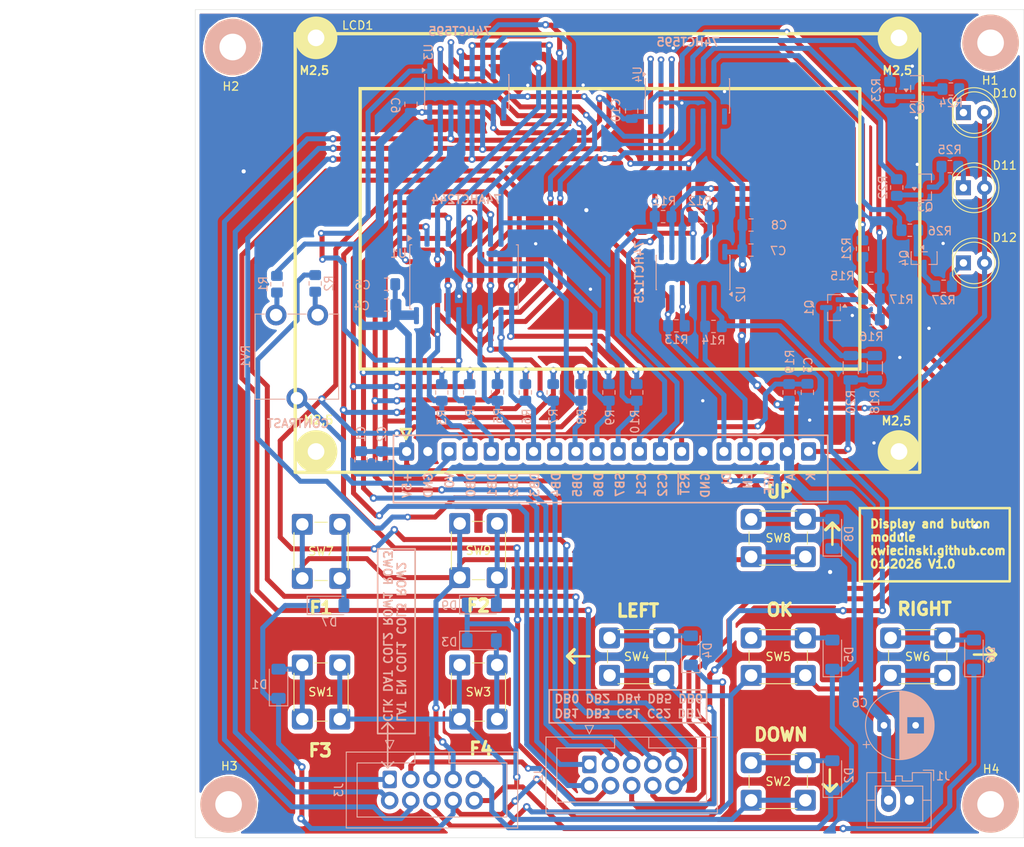
<source format=kicad_pcb>
(kicad_pcb (version 20241229) (generator "pcbnew") (generator_version "9.0")
  (layers (0 "F.Cu" signal) (2 "B.Cu" signal) (13 "F.Paste" user) (15 "B.Paste" user) (5 "F.SilkS" user "F.Silkscreen") (7 "B.SilkS" user "B.Silkscreen") (1 "F.Mask" user) (3 "B.Mask" user) (25 "Edge.Cuts" user))
  (net 0 "")
  (net 1 "+5V")
  (net 2 "GND")
  (net 3 "Net-(D1-A)")
  (net 4 "ROW1")
  (net 5 "Net-(D2-A)")
  (net 6 "ROW2")
  (net 7 "Net-(D3-A)")
  (net 8 "ROW3")
  (net 9 "Net-(D4-A)")
  (net 10 "Net-(D5-A)")
  (net 11 "Net-(D6-A)")
  (net 12 "Net-(D7-A)")
  (net 13 "Net-(D8-A)")
  (net 14 "Net-(D9-A)")
  (net 15 "DB2_IN")
  (net 16 "DB0_IN")
  (net 17 "DB5_IN")
  (net 18 "DB7_IN")
  (net 19 "DB1_IN")
  (net 20 "DB4_IN")
  (net 21 "DB6_IN")
  (net 22 "CS1_IN")
  (net 23 "DB3_IN")
  (net 24 "CS2_IN")
  (net 25 "BACKLIGHT_DRIVE_IN")
  (net 26 "COL2")
  (net 27 "COL3")
  (net 28 "CLK")
  (net 29 "LATCH")
  (net 30 "COL1")
  (net 31 "DB7")
  (net 32 "DB6")
  (net 33 "Net-(LCD1-K)")
  (net 34 "DB4")
  (net 35 "CS2")
  (net 36 "Net-(LCD1-VEE)")
  (net 37 "Net-(LCD1-VO)")
  (net 38 "DB0")
  (net 39 "EN")
  (net 40 "DB5")
  (net 41 "DB2")
  (net 42 "DB1")
  (net 43 "DB3")
  (net 44 "DI")
  (net 45 "CS1")
  (net 46 "Net-(Q1-C)")
  (net 47 "Net-(Q1-B)")
  (net 48 "Net-(R1-Pad2)")
  (net 49 "Net-(R2-Pad1)")
  (net 50 "BACKLIGHT_DRIVE")
  (net 51 "Net-(U3-QH')")
  (net 53 "Net-(LCD1-~{RST})")
  (net 54 "EN_IN")
  (net 56 "DATA")
  (net 57 "Net-(D10-K)")
  (net 58 "Net-(Q2-B)")
  (net 59 "Net-(Q2-C)")
  (net 60 "LED1")
  (net 61 "Net-(D11-K)")
  (net 62 "Net-(D12-K)")
  (net 63 "Net-(Q3-B)")
  (net 64 "Net-(Q3-C)")
  (net 65 "Net-(Q4-B)")
  (net 66 "Net-(Q4-C)")
  (net 67 "LED2")
  (net 68 "LED3")
  (footprint "My-Footprints:SW_PUSH_6mm" (layer "F.Cu") (at 104.85 97.35 90)
    (property "Reference" "SW7")
    (property "Value" "SW_Push")
  )
  (footprint "My-Footprints:SW_PUSH_6mm" (layer "F.Cu") (at 165.25 109 180)
    (property "Reference" "SW5")
    (property "Value" "SW_Push")
  )
  (footprint "My-Footprints:SW_PUSH_6mm" (layer "F.Cu") (at 109.35 107.75 -90)
    (property "Reference" "SW1")
    (property "Value" "SW_Push")
  )
  (footprint "My-Footprints:SW_PUSH_6mm" (layer "F.Cu") (at 165.25 124 180)
    (property "Reference" "SW2")
    (property "Value" "SW_Push")
  )
  (footprint "LED_THT:LED_D5.0mm" (layer "F.Cu") (at 184.235 41.38)
    (property "Reference" "D10")
    (property "Value" "LED")
  )
  (footprint "My-Footprints:SW_PUSH_6mm" (layer "F.Cu") (at 148.25 109 180)
    (property "Reference" "SW4")
    (property "Value" "SW_Push")
  )
  (footprint "My-Footprints:Mount-Hole-3mm" (layer "F.Cu") (at 187.5 33 90)
    (property "Reference" "H1")
    (property "Value" "MountingHole")
  )
  (footprint "My-Footprints:SW_PUSH_6mm" (layer "F.Cu") (at 182 109 180)
    (property "Reference" "SW6")
    (property "Value" "SW_Push")
  )
  (footprint "LED_THT:LED_D5.0mm" (layer "F.Cu") (at 184.235 50.41)
    (property "Reference" "D11")
    (property "Value" "LED")
  )
  (footprint "My-Footprints:SW_PUSH_6mm" (layer "F.Cu") (at 165.25 94.75 180)
    (property "Reference" "SW8")
    (property "Value" "SW_Push")
  )
  (footprint "My-Footprints:Mount-Hole-3mm" (layer "F.Cu") (at 96 124.5 90)
    (property "Reference" "H3")
    (property "Value" "MountingHole")
  )
  (footprint "My-Footprints:Mount-Hole-3mm" (layer "F.Cu") (at 187.5 124.5 90)
    (property "Reference" "H4")
    (property "Value" "MountingHole")
  )
  (footprint "My-Footprints:SW_PUSH_6mm" (layer "F.Cu") (at 123.75 114.25 90)
    (property "Reference" "SW3")
    (property "Value" "SW_Push")
  )
  (footprint "My-Footprints-displays:RG12864B_FULL" (layer "F.Cu") (at 68.8 76.5)
    (property "Reference" "LCD1")
    (property "Value" "RG12864B-BIW-V")
  )
  (footprint "LED_THT:LED_D5.0mm" (layer "F.Cu") (at 184.235 59.44)
    (property "Reference" "D12")
    (property "Value" "LED")
  )
  (footprint "My-Footprints:SW_PUSH_6mm" (layer "F.Cu") (at 123.75 97.25 90)
    (property "Reference" "SW9")
    (property "Value" "SW_Push")
  )
  (footprint "My-Footprints:Mount-Hole-3mm" (layer "F.Cu") (at 96.5 33.5 90)
    (property "Reference" "H2")
    (property "Value" "MountingHole")
  )
  (footprint "Resistor_SMD:R_0805_2012Metric_Pad1.20x1.40mm_HandSolder" (layer "B.Cu") (at 175.42 38.67 -90)
    (property "Reference" "R23")
    (property "Value" "10k")
  )
  (footprint "Diode_SMD:D_MiniMELF" (layer "B.Cu") (at 168.5 92 90)
    (property "Reference" "D8")
    (property "Value" "LL4148")
  )
  (footprint "Resistor_SMD:R_0805_2012Metric_Pad1.20x1.40mm_HandSolder" (layer "B.Cu") (at 145.011111 75 90)
    (property "Reference" "R10")
    (property "Value" "0R")
  )
  (footprint "Diode_SMD:D_MiniMELF" (layer "B.Cu") (at 185.5 106.5 90)
    (property "Reference" "D6")
    (property "Value" "LL4148")
  )
  (footprint "Resistor_SMD:R_0805_2012Metric_Pad1.20x1.40mm_HandSolder" (layer "B.Cu") (at 182.73 38.55)
    (property "Reference" "R24")
    (property "Value" "220R")
  )
  (footprint "Resistor_SMD:R_0805_2012Metric_Pad1.20x1.40mm_HandSolder" (layer "B.Cu") (at 148.175 53.875)
    (property "Reference" "R11")
    (property "Value" "0R")
  )
  (footprint "Capacitor_SMD:C_0805_2012Metric_Pad1.18x1.45mm_HandSolder" (layer "B.Cu") (at 114.97 62 180)
    (property "Reference" "C5")
    (property "Value" "100n")
  )
  (footprint "Package_SO:SO-14_3.9x8.65mm_P1.27mm" (layer "B.Cu") (at 151.77 60.6 90)
    (property "Reference" "U2")
    (property "Value" "74HCT125")
  )
  (footprint "Diode_SMD:D_MiniMELF" (layer "B.Cu") (at 126.4 100.5)
    (property "Reference" "D9")
    (property "Value" "LL4148")
  )
  (footprint "Resistor_SMD:R_0805_2012Metric_Pad1.20x1.40mm_HandSolder" (layer "B.Cu") (at 149.775 67)
    (property "Reference" "R13")
    (property "Value" "0R")
  )
  (footprint "Resistor_SMD:R_0805_2012Metric_Pad1.20x1.40mm_HandSolder" (layer "B.Cu") (at 152.775 53.9)
    (property "Reference" "R12")
    (property "Value" "0R")
  )
  (footprint "Capacitor_SMD:C_0805_2012Metric" (layer "B.Cu") (at 144.4 41.175 90)
    (property "Reference" "C10")
    (property "Value" "100n")
  )
  (footprint "Diode_SMD:D_MiniMELF" (layer "B.Cu") (at 126.4 104.8)
    (property "Reference" "D3")
    (property "Value" "LL4148")
  )
  (footprint "Resistor_SMD:R_0805_2012Metric_Pad1.20x1.40mm_HandSolder" (layer "B.Cu") (at 182.61 47.87)
    (property "Reference" "R25")
    (property "Value" "220R")
  )
  (footprint "Resistor_SMD:R_0805_2012Metric_Pad1.20x1.40mm_HandSolder" (layer "B.Cu") (at 163.3 75 90)
    (property "Reference" "R19")
    (property "Value" "10k")
  )
  (footprint "Resistor_SMD:R_0805_2012Metric_Pad1.20x1.40mm_HandSolder" (layer "B.Cu") (at 121.6 75 90)
    (property "Reference" "R3")
    (property "Value" "0R")
  )
  (footprint "Connector_IDC:IDC-Header_2x05_P2.54mm_Vertical" (layer "B.Cu") (at 139.32 119.7 -90)
    (property "Reference" "J2")
    (property "Value" "LED")
  )
  (footprint "Capacitor_THT:CP_Radial_D8.0mm_P3.80mm" (layer "B.Cu") (at 174.697349 115)
    (property "Reference" "C6")
    (property "Value" "100u/10V")
  )
  (footprint "Resistor_SMD:R_0805_2012Metric_Pad1.20x1.40mm_HandSolder" (layer "B.Cu") (at 177.8 55.51)
    (property "Reference" "R26")
    (property "Value" "10k")
  )
  (footprint "Capacitor_SMD:C_0805_2012Metric_Pad1.18x1.45mm_HandSolder" (layer "B.Cu") (at 158.7325 54.89)
    (property "Reference" "C8")
    (property "Value" "100n")
  )
  (footprint "Resistor_SMD:R_0805_2012Metric_Pad1.20x1.40mm_HandSolder" (layer "B.Cu") (at 138.322222 75 90)
    (property "Reference" "R8")
    (property "Value" "0R")
  )
  (footprint "Package_TO_SOT_SMD:SOT-23" (layer "B.Cu") (at 179.52 58.8625 -90)
    (property "Reference" "Q4")
    (property "Value" "BC817")
  )
  (footprint "Diode_SMD:D_MiniMELF" (layer "B.Cu") (at 151.5 106 90)
    (property "Reference" "D4")
    (property "Value" "LL4148")
  )
  (footprint "Package_SO:SOIC-20W_7.5x12.8mm_P1.27mm" (layer "B.Cu") (at 124.27 61.125 -90)
    (property "Reference" "U1")
    (property "Value" "74AHCT244")
  )
  (footprint "Package_SO:SOIC-16_3.9x9.9mm_P1.27mm" (layer "B.Cu") (at 124.6 38.875 -90)
    (property "Reference" "U3")
    (property "Value" "74HC595")
  )
  (footprint "Package_TO_SOT_SMD:SOT-23" (layer "B.Cu") (at 178.66 38.5)
    (property "Reference" "Q2")
    (property "Value" "BC817")
  )
  (footprint "Resistor_SMD:R_0805_2012Metric_Pad1.20x1.40mm_HandSolder" (layer "B.Cu") (at 134.977778 75 90)
    (property "Reference" "R7")
    (property "Value" "0R")
  )
  (footprint "Capacitor_SMD:C_0805_2012Metric_Pad1.18x1.45mm_HandSolder" (layer "B.Cu") (at 111.9 83.1 -90)
    (property "Reference" "C1")
    (property "Value" "4u7")
  )
  (footprint "Capacitor_SMD:C_0805_2012Metric" (layer "B.Cu") (at 117.9 40.375 90)
    (property "Reference" "C9")
    (property "Value" "100n")
  )
  (footprint "Diode_SMD:D_MiniMELF" (layer "B.Cu") (at 102 110 90)
    (property "Reference" "D1")
    (property "Value" "LL4148")
  )
  (footprint "Resistor_SMD:R_0805_2012Metric_Pad1.20x1.40mm_HandSolder" (layer "B.Cu") (at 124.944444 75 90)
    (property "Reference" "R4")
    (property "Value" "0R")
  )
  (footprint "Resistor_SMD:R_0805_2012Metric_Pad1.20x1.40mm_HandSolder" (layer "B.Cu") (at 176.23 50.38 -90)
    (property "Reference" "R22")
    (property "Value" "10k")
  )
  (footprint "Diode_SMD:D_MiniMELF" (layer "B.Cu") (at 108.1 100.6)
    (property "Reference" "D7")
    (property "Value" "LL4148")
  )
  (footprint "Resistor_SMD:R_0805_2012Metric_Pad1.20x1.40mm_HandSolder" (layer "B.Cu") (at 141.666667 75 90)
    (property "Reference" "R9")
    (property "Value" "0R")
  )
  (footprint "Diode_SMD:D_MiniMELF" (layer "B.Cu") (at 168.5 121 90)
    (property "Reference" "D2")
    (property "Value" "LL4148")
  )
  (footprint "Connector_JST:JST_XA_B02B-XASK-1_1x02_P2.50mm_Vertical" (layer "B.Cu") (at 177.75 124 180)
    (property "Reference" "J1")
    (property "Value" "VCC_5V")
  )
  (footprint "Connector_IDC:IDC-Header_2x05_P2.54mm_Vertical" (layer "B.Cu") (at 115.34 121.5 -90)
    (property "Reference" "J3")
    (property "Value" "LED")
  )
  (footprint "Resistor_SMD:R_0805_2012Metric_Pad1.20x1.40mm_HandSolder" (layer "B.Cu") (at 173.195 63.755 180)
    (property "Reference" "R17")
    (property "Value" "10k")
  )
  (footprint "Capacitor_SMD:C_0805_2012Metric_Pad1.18x1.45mm_HandSolder" (layer "B.Cu") (at 158.7325 57.9)
    (property "Reference" "C7")
    (property "Value" "1u")
  )
  (footprint "Resistor_SMD:R_1206_3216Metric" (layer "B.Cu") (at 173.6 72.04 90)
    (property "Reference" "R18")
    (property "Value" "R")
  )
  (footprint "Resistor_SMD:R_0805_2012Metric_Pad1.20x1.40mm_HandSolder" (layer "B.Cu") (at 131.633333 75 90)
    (property "Reference" "R6")
    (property "Value" "0R")
  )
  (footprint "Resistor_SMD:R_0805_2012Metric_Pad1.20x1.40mm_HandSolder" (layer "B.Cu") (at 128.288889 75 90)
    (property "Reference" "R5")
    (property "Value" "0R")
  )
  (footprint "Package_SO:SOIC-16_3.9x9.9mm_P1.27mm" (layer "B.Cu") (at 151.1 39.375 -90)
    (property "Reference" "U4")
    (property "Value" "74HC595")
  )
  (footprint "Resistor_SMD:R_0805_2012Metric_Pad1.20x1.40mm_HandSolder" (layer "B.Cu") (at 106.4 61.9 90)
    (property "Reference" "R2")
    (property "Value" "0R")
  )
  (footprint "Resistor_SMD:R_0805_2012Metric_Pad1.20x1.40mm_HandSolder" (layer "B.Cu") (at 172.12 57.73 90)
    (property "Reference" "R21")
    (property "Value" "0R")
  )
  (footprint "Resistor_SMD:R_0805_2012Metric_Pad1.20x1.40mm_HandSolder" (layer "B.Cu") (at 101.8 62 -90)
    (property "Reference" "R1")
    (property "Value" "10k")
  )
  (footprint "Resistor_SMD:R_0805_2012Metric_Pad1.20x1.40mm_HandSolder" (layer "B.Cu") (at 181.86 62.25)
    (property "Reference" "R27")
    (property "Value" "220R")
  )
  (footprint "Resistor_SMD:R_0805_2012Metric_Pad1.20x1.40mm_HandSolder" (layer "B.Cu") (at 173.195 66.255)
    (property "Reference" "R16")
    (property "Value" "100k")
  )
  (footprint "Diode_SMD:D_MiniMELF" (layer "B.Cu") (at 168.5 106.5 90)
    (property "Reference" "D5")
    (property "Value" "LL4148")
  )
  (footprint "Capacitor_SMD:C_0805_2012Metric_Pad1.18x1.45mm_HandSolder" (layer "B.Cu") (at 165.5 75 -90)
    (property "Reference" "C3")
    (property "Value" "470n")
  )
  (footprint "Potentiometer_THT:Potentiometer_ACP_CA9-V10_Vertical_Hole" (layer "B.Cu") (at 106.7 65.7 -90)
    (property "Reference" "RV1")
    (property "Value" "1k")
  )
  (footprint "Resistor_SMD:R_1206_3216Metric" (layer "B.Cu") (at 170.71 72.04 90)
    (property "Reference" "R20")
    (property "Value" "R")
  )
  (footprint "Resistor_SMD:R_0805_2012Metric_Pad1.20x1.40mm_HandSolder" (layer "B.Cu") (at 173.17 61.28 180)
    (property "Reference" "R15")
    (property "Value" "0R")
  )
  (footprint "Package_TO_SOT_SMD:SOT-23" (layer "B.Cu") (at 168.695 64.805 180)
    (property "Reference" "Q1")
    (property "Value" "BC817")
  )
  (footprint "Capacitor_SMD:C_0805_2012Metric_Pad1.18x1.45mm_HandSolder" (layer "B.Cu") (at 114.4 83.1 -90)
    (property "Reference" "C2")
    (property "Value" "100n")
  )
  (footprint "Capacitor_SMD:C_0805_2012Metric_Pad1.18x1.45mm_HandSolder" (layer "B.Cu") (at 114.97 64.5 180)
    (property "Reference" "C4")
    (property "Value" "1u")
  )
  (footprint "Resistor_SMD:R_0805_2012Metric_Pad1.20x1.40mm_HandSolder" (layer "B.Cu") (at 154.225 67.075)
    (property "Reference" "R14")
    (property "Value" "0R")
  )
  (footprint "Package_TO_SOT_SMD:SOT-23" (layer "B.Cu") (at 179.64 50.33)
    (property "Reference" "Q3")
    (property "Value" "BC817")
  )
  (gr_rect (start 116.12 65.25) (end 118.6 66.19) (stroke (width 0.2)) (fill yes) (layer "B.Cu") (net 1))
  (gr_line (start 187.3 107.3) (end 188.1 106.5) (stroke (width 0.4)) (layer "F.SilkS"))
  (gr_line (start 167.7 91.5) (end 168.5 90.7) (stroke (width 0.4)) (layer "F.SilkS"))
  (gr_line (start 188.1 106.5) (end 185.5 106.5) (stroke (width 0.3)) (layer "F.SilkS"))
  (gr_line (start 137.5 105.9) (end 136.7 106.7) (stroke (width 0.4)) (layer "F.SilkS"))
  (gr_line (start 169 122.1) (end 168.2 122.9) (stroke (width 0.4)) (layer "F.SilkS"))
  (gr_line (start 187.3 105.7) (end 188.1 106.5) (stroke (width 0.4)) (layer "F.SilkS"))
  (gr_line (start 168.5 90.7) (end 168.5 93.3) (stroke (width 0.3)) (layer "F.SilkS"))
  (gr_line (start 136.7 106.7) (end 139.3 106.7) (stroke (width 0.3)) (layer "F.SilkS"))
  (gr_line (start 167.4 122.1) (end 168.2 122.9) (stroke (width 0.4)) (layer "F.SilkS"))
  (gr_line (start 168.2 122.9) (end 168.2 120.3) (stroke (width 0.3)) (layer "F.SilkS"))
  (gr_line (start 169.3 91.5) (end 168.5 90.7) (stroke (width 0.4)) (layer "F.SilkS"))
  (gr_line (start 137.5 107.5) (end 136.7 106.7) (stroke (width 0.4)) (layer "F.SilkS"))
  (gr_rect (start 171.8 88.9) (end 189.8 97.7) (stroke (width 0.3)) (fill no) (layer "F.SilkS"))
  (gr_line (start 115.09 114.7) (end 115.79 115.4) (stroke (width 0.2)) (layer "B.SilkS"))
  (gr_rect (start 115.79 80.15) (end 167.95 88.24) (stroke (width 0.2)) (fill no) (layer "B.SilkS"))
  (gr_line (start 115.1 120.1) (end 114.4 119.4) (stroke (width 0.2)) (layer "B.SilkS"))
  (gr_rect (start 113.9 93.8) (end 118.4 115.99) (stroke (width 0.2)) (fill no) (layer "B.SilkS"))
  (gr_line (start 115.8 119.4) (end 115.1 120.1) (stroke (width 0.2)) (layer "B.SilkS"))
  (gr_rect (start 134.5 110.74) (end 153.4 114.7) (stroke (width 0.2)) (fill no) (layer "B.SilkS"))
  (gr_line (start 115.09 114.7) (end 114.39 115.4) (stroke (width 0.2)) (layer "B.SilkS"))
  (gr_line (start 115.1 120.1) (end 115.1 114.7) (stroke (width 0.2)) (layer "B.SilkS"))
  (gr_rect (start 92 29) (end 191.5 128.5) (stroke (width 0.05)) (fill no) (layer "Edge.Cuts"))
  (gr_text "F1" (at 105.5 101.8 0) (layer "F.SilkS") (effects (font (size 1.5 1.5) (thickness 0.375) (bold yes)) (justify left bottom)))
  (gr_text "M2,5" (at 104.9 78.9 0) (layer "F.SilkS") (effects (font (size 1 1) (thickness 0.2) (bold yes)) (justify left bottom)))
  (gr_text "Display and button\nmodule\nkwiecinski.github.com\n01.2026 V1.0" (at 172.9 96.2 0) (layer "F.SilkS") (effects (font (size 1 1) (thickness 0.25) (bold yes)) (justify left bottom)))
  (gr_text "OK" (at 160.4 102 0) (layer "F.SilkS") (effects (font (size 1.5 1.5) (thickness 0.375) (bold yes)) (justify left bottom)))
  (gr_text "RIGHT" (at 176.1 101.9 0) (layer "F.SilkS") (effects (font (size 1.5 1.5) (thickness 0.375) (bold yes)) (justify left bottom)))
  (gr_text "LEFT" (at 142.4 102.1 0) (layer "F.SilkS") (effects (font (size 1.5 1.5) (thickness 0.375) (bold yes)) (justify left bottom)))
  (gr_text "F3" (at 105.4 118.9 0) (layer "F.SilkS") (effects (font (size 1.5 1.5) (thickness 0.375) (bold yes)) (justify left bottom)))
  (gr_text "F2" (at 124.4 101.5 0) (layer "F.SilkS") (effects (font (size 1.5 1.5) (thickness 0.375) (bold yes)) (justify left bottom)))
  (gr_text "DOWN" (at 158.9 117 0) (layer "F.SilkS") (effects (font (size 1.5 1.5) (thickness 0.375) (bold yes)) (justify left bottom)))
  (gr_text "UP" (at 160.4 87.8 0) (layer "F.SilkS") (effects (font (size 1.5 1.5) (thickness 0.375) (bold yes)) (justify left bottom)))
  (gr_text "F4" (at 124.7 118.7 0) (layer "F.SilkS") (effects (font (size 1.5 1.5) (thickness 0.375) (bold yes)) (justify left bottom)))
  (gr_text "M2,5" (at 174.4 36.9 0) (layer "F.SilkS") (effects (font (size 1 1) (thickness 0.2) (bold yes)) (justify left bottom)))
  (gr_text "M2,5" (at 174.3 79 0) (layer "F.SilkS") (effects (font (size 1 1) (thickness 0.2) (bold yes)) (justify left bottom)))
  (gr_text "M2,5" (at 104.4 36.9 0) (layer "F.SilkS") (effects (font (size 1 1) (thickness 0.2) (bold yes)) (justify left bottom)))
  (gr_text "74HCT125" (at 145.9 56.6 90) (layer "B.SilkS") (effects (font (size 1 1) (thickness 0.2) (bold yes)) (justify left bottom mirror)))
  (gr_text "DB6" (at 141.032947 84.49 90) (layer "B.SilkS") (effects (font (size 1 1) (thickness 0.2) (bold yes)) (justify left bottom mirror)))
  (gr_text "DB2" (at 130.800526 84.49 90) (layer "B.SilkS") (effects (font (size 1 1) (thickness 0.2) (bold yes)) (justify left bottom mirror)))
  (gr_text "74AHCT244" (at 128.9 52.4 0) (layer "B.SilkS") (effects (font (size 1 1) (thickness 0.2) (bold yes)) (justify left bottom mirror)))
  (gr_text "+5V" (at 118.01 84.49 90) (layer "B.SilkS") (effects (font (size 1 1) (thickness 0.2) (bold yes)) (justify left bottom mirror)))
  (gr_text "74HCT595" (at 127.7 32.2 0) (layer "B.SilkS") (effects (font (size 1 1) (thickness 0.2) (bold yes)) (justify left bottom mirror)))
  (gr_text "VEE" (at 161.497789 84.49 90) (layer "B.SilkS") (effects (font (size 1 1) (thickness 0.2) (bold yes)) (justify left bottom mirror)))
  (gr_text "~{RST}" (at 151.398701 84.49 90) (layer "B.SilkS") (effects (font (size 1 1) (thickness 0.2) (bold yes)) (justify left bottom mirror)))
  (gr_text "DB0" (at 125.684316 84.49 90) (layer "B.SilkS") (effects (font (size 1 1) (thickness 0.2) (bold yes)) (justify left bottom mirror)))
  (gr_text "74HCT595" (at 155.1 33.5 0) (layer "B.SilkS") (effects (font (size 1 1) (thickness 0.2) (bold yes)) (justify left bottom mirror)))
  (gr_text "K" (at 166.5 84.5 90) (layer "B.SilkS") (effects (font (size 1 1) (thickness 0.2) (bold yes)) (justify left bottom mirror)))
  (gr_text "DB1 DB3 CS1 CS2 DB7" (at 135.02 112.94 180) (layer "B.SilkS") (effects (font (size 1 1) (thickness 0.2) (bold yes)) (justify left bottom mirror)))
  (gr_text "DB0 DB2 DB4 DB5 DB6" (at 135.02 111.15 180) (layer "B.SilkS") (effects (font (size 1 1) (thickness 0.2) (bold yes)) (justify left bottom mirror)))
  (gr_text "DI" (at 156.381579 84.49 90) (layer "B.SilkS") (effects (font (size 1 1) (thickness 0.2) (bold yes)) (justify left bottom mirror)))
  (gr_text "DB1" (at 128.242421 84.49 90) (layer "B.SilkS") (effects (font (size 1 1) (thickness 0.2) (bold yes)) (justify left bottom mirror)))
  (gr_text "A" (at 164.1 84.6 90) (layer "B.SilkS") (effects (font (size 1 1) (thickness 0.2) (bold yes)) (justify left bottom mirror)))
  (gr_text "LAT EN COL1 COL3 ROW2\nCLK DAT COL2 ROW1 ROW3" (at 114.5 114.7 270) (layer "B.SilkS") (effects (font (size 1 1) (thickness 0.2) (bold yes)) (justify left bottom mirror)))
  (gr_text "DB3" (at 133.358632 84.49 90) (layer "B.SilkS") (effects (font (size 1 1) (thickness 0.2) (bold yes)) (justify left bottom mirror)))
  (gr_text "VO" (at 123.126211 84.49 90) (layer "B.SilkS") (effects (font (size 1 1) (thickness 0.2) (bold yes)) (justify left bottom mirror)))
  (gr_text "CS2" (at 148.707263 84.49 90) (layer "B.SilkS") (effects (font (size 1 1) (thickness 0.2) (bold yes)) (justify left bottom mirror)))
  (gr_text "CONTRAST" (at 108.18 79.32 0) (layer "B.SilkS") (effects (font (size 1 1) (thickness 0.2) (bold yes)) (justify left bottom mirror)))
  (gr_text "DB5" (at 138.474842 84.49 90) (layer "B.SilkS") (effects (font (size 1 1) (thickness 0.2) (bold yes)) (justify left bottom mirror)))
  (gr_text "DB4" (at 135.916737 84.49 90) (layer "B.SilkS") (effects (font (size 1 1) (thickness 0.2) (bold yes)) (justify left bottom mirror)))
  (gr_text "SB7" (at 143.591053 84.49 90) (layer "B.SilkS") (effects (font (size 1 1) (thickness 0.2) (bold yes)) (justify left bottom mirror)))
  (gr_text "EN" (at 158.939684 84.49 90) (layer "B.SilkS") (effects (font (size 1 1) (thickness 0.2) (bold yes)) (justify left bottom mirror)))
  (gr_text "CS1" (at 146.149158 84.49 90) (layer "B.SilkS") (effects (font (size 1 1) (thickness 0.2) (bold yes)) (justify left bottom mirror)))
  (gr_text "GND" (at 153.823474 84.49 90) (layer "B.SilkS") (effects (font (size 1 1) (thickness 0.2) (bold yes)) (justify left bottom mirror)))
  (gr_text "GND" (at 120.568105 84.49 90) (layer "B.SilkS") (effects (font (size 1 1) (thickness 0.2) (bold yes)) (justify left bottom mirror)))
  (segment (start 119.25 41.325) (end 119.225 41.35) (width 0.6) (layer "F.Cu") (net 1))
  (segment (start 161.775 76.425) (end 161.9 76.425) (width 0.6) (layer "F.Cu") (net 1))
  (segment (start 156.25 85.63) (end 156.27 85.61) (width 0.6) (layer "F.Cu") (net 1))
  (segment (start 160.55 85.67) (end 162.1 85.67) (width 0.6) (layer "F.Cu") (net 1))
  (segment (start 117.38 83.65) (end 118.14 84.41) (width 0.6) (layer "F.Cu") (net 1))
  (segment (start 163.1 84.67) (end 163.1 82.1) (width 0.6) (layer "F.Cu") (net 1))
  (segment (start 127.8 42.325) (end 126.8 41.325) (width 0.6) (layer "F.Cu") (net 1))
  (segment (start 124.53 85.63) (end 156.25 85.63) (width 0.6) (layer "F.Cu") (net 1))
  (segment (start 123.31 84.41) (end 124.53 85.63) (width 0.6) (layer "F.Cu") (net 1))
  (segment (start 159.475 74.125) (end 161.775 76.425) (width 0.8) (layer "F.Cu") (net 1))
  (segment (start 157.725 68.1) (end 157.625 68.2) (width 0.6) (layer "F.Cu") (net 1))
  (segment (start 162.1 85.67) (end 163.1 84.67) (width 0.6) (layer "F.Cu") (net 1))
  (segment (start 117.38 82.1) (end 117.38 83.65) (width 0.6) (layer "F.Cu") (net 1))
  (segment (start 140.55 39.675) (end 140.55 42.3) (width 0.6) (layer "F.Cu") (net 1))
  (segment (start 118.14 84.41) (end 123.31 84.41) (width 0.6) (layer "F.Cu") (net 1))
  (segment (start 172.38 76.89) (end 162.365 76.89) (width 0.6) (layer "F.Cu") (net 1))
  (segment (start 126.8 41.325) (end 119.25 41.325) (width 0.6) (layer "F.Cu") (net 1))
  (segment (start 127.8 43.2) (end 127.8 42.325) (width 0.6) (layer "F.Cu") (net 1))
  (segment (start 139.05 43.8) (end 128.4 43.8) (width 0.6) (layer "F.Cu") (net 1))
  (segment (start 140.55 42.3) (end 139.05 43.8) (width 0.6) (layer "F.Cu") (net 1))
  (segment (start 128.4 43.8) (end 127.8 43.2) (width 0.6) (layer "F.Cu") (net 1))
  (segment (start 157.725 59.625) (end 157.725 68.1) (width 0.8) (layer "F.Cu") (net 1))
  (segment (start 162.365 76.89) (end 161.9 76.425) (width 0.6) (layer "F.Cu") (net 1))
  (via (at 172.38 76.89) (size 0.8) (drill 0.4) (layers "F.Cu" "B.Cu") (net 1))
  (via (at 160.55 85.67) (size 0.8) (drill 0.4) (layers "F.Cu" "B.Cu") (net 1))
  (via (at 119.225 41.35) (size 0.8) (drill 0.4) (layers "F.Cu" "B.Cu") (net 1))
  (via (at 156.27 85.61) (size 0.8) (drill 0.4) (layers "F.Cu" "B.Cu") (net 1))
  (via (at 140.55 39.675) (size 0.9) (drill 0.45) (layers "F.Cu" "B.Cu") (net 1))
  (via (at 161.9 76.425) (size 1) (drill 0.5) (layers "F.Cu" "B.Cu") (net 1))
  (via (at 157.725 59.625) (size 1) (drill 0.5) (layers "F.Cu" "B.Cu") (net 1))
  (via (at 159.475 74.125) (size 1) (drill 0.5) (layers "F.Cu" "B.Cu") (net 1))
  (via (at 157.625 68.2) (size 1) (drill 0.5) (layers "F.Cu" "B.Cu") (net 1))
  (via (at 127.8 43.2) (size 0.8) (drill 0.4) (layers "F.Cu" "B.Cu") (net 1))
  (segment (start 127.775 41.35) (end 127.775 43.175) (width 0.6) (layer "B.Cu") (net 1))
  (segment (start 140.55 39.675) (end 140.95 39.675) (width 0.6) (layer "B.Cu") (net 1))
  (segment (start 117.38 82.1) (end 117.6 81.88) (width 0.8) (layer "B.Cu") (net 1))
  (segment (start 186.775 65.855) (end 176.96 75.67) (width 0.6) (layer "B.Cu") (net 1))
  (segment (start 174.697349 115) (end 174.697349 114.297349) (width 1) (layer "B.Cu") (net 1))
  (segment (start 157.695 59.595) (end 157.725 59.625) (width 0.6) (layer "B.Cu") (net 1))
  (segment (start 175.74 76.89) (end 172.38 76.89) (width 0.6) (layer "B.Cu") (net 1))
  (segment (start 114.4625 82.1) (end 114.3 82.2625) (width 1) (layer "B.Cu") (net 1))
  (segment (start 154.275 46.65) (end 157.695 50.07) (width 0.6) (layer "B.Cu") (net 1))
  (segment (start 156.27 85.61) (end 160.49 85.61) (width 0.6) (layer "B.Cu") (net 1))
  (segment (start 117.6 81.88) (end 117.6 68.085) (width 0.8) (layer "B.Cu") (net 1))
  (segment (start 101.8 60.525) (end 105.15 57.175) (width 0.6) (layer "B.Cu") (net 1))
  (segment (start 186.775 60.585) (end 186.76 60.6) (width 0.6) (layer "B.Cu") (net 1))
  (segment (start 157.625 68.2) (end 157.625 72.275) (width 0.8) (layer "B.Cu") (net 1))
  (segment (start 111.4 57.375) (end 114.175 54.6) (width 1) (layer "B.Cu") (net 1))
  (segment (start 111.4 57.175) (end 111.4 58.5) (width 0.6) (layer "B.Cu") (net 1))
  (segment (start 154.275 41.85) (end 154.275 46.65) (width 0.6) (layer "B.Cu") (net 1))
  (segment (start 112.2 67) (end 111.4 66.2) (width 1) (layer "B.Cu") (net 1))
  (segment (start 165.5 87.4) (end 163.3 85.2) (width 1.2) (layer "B.Cu") (net 1))
  (segment (start 115.5 67) (end 112.2 67) (width 1) (layer "B.Cu") (net 1))
  (segment (start 157.695 57.9) (end 157.695 59.595) (width 0.8) (layer "B.Cu") (net 1))
  (segment (start 163.3 76.625) (end 163.3 76) (width 1) (layer "B.Cu") (net 1))
  (segment (start 147.6 39.125) (end 146.655 40.07) (width 0.6) (layer "B.Cu") (net 1))
  (segment (start 118.555 65.775) (end 116.445 65.775) (width 0.6) (layer "B.Cu") (net 1))
  (segment (start 119.225 41.35) (end 117.925 41.35) (width 0.6) (layer "B.Cu") (net 1))
  (segment (start 157.47 58.125) (end 157.695 57.9) (width 0.6) (layer "B.Cu") (net 1))
  (segment (start 186.775 59.44) (end 186.775 65.855) (width 0.6) (layer "B.Cu") (net 1))
  (segment (start 157.625 72.275) (end 159.475 74.125) (width 0.8) (layer "B.Cu") (net 1))
  (segment (start 144.4 42.125) (end 144.675 41.85) (width 0.6) (layer "B.Cu") (net 1))
  (segment (start 144.675 41.85) (end 146.655 41.85) (width 0.6) (layer "B.Cu") (net 1))
  (segment (start 117.38 82.1) (end 114.4625 82.1) (width 1) (layer "B.Cu") (net 1))
  (segment (start 111.4 58.5) (end 111.4 57.375) (width 1) (layer "B.Cu") (net 1))
  (segment (start 175.25 115.552651) (end 174.697349 115) (width 0.6) (layer "B.Cu") (net 1))
  (segment (start 116.445 64.0625) (end 116.0075 64.5) (width 0.6) (layer "B.Cu") (net 1))
  (segment (start 174.697349 123.447349) (end 175.25 124) (width 0.6) (layer "B.Cu") (net 1))
  (segment (start 112.0625 82.1) (end 111.9 82.2625) (width 0.6) (layer "B.Cu") (net 1))
  (segment (start 163.3 85.2) (end 163.3 76.625) (width 1.2) (layer "B.Cu") (net 1))
  (segment (start 117.6 68.085) (end 116.0075 66.4925) (width 0.8) (layer "B.Cu") (net 1))
  (segment (start 186.775 60.585) (end 186.775 59.44) (width 0.6) (layer "B.Cu") (net 1))
  (segment (start 172.8 112.4) (end 172.8 89.6) (width 1.2) (layer "B.Cu") (net 1))
  (segment (start 163.1 76.425) (end 163.3 76.625) (width 0.6) (layer "B.Cu") (net 1))
  (segment (start 160.49 85.61) (end 160.55 85.67) (width 0.6) (layer "B.Cu") (net 1))
  (segment (start 174.697349 115) (end 174.697349 123.447349) (width 0.6) (layer "B.Cu") (net 1))
  (segment (start 161.9 76.425) (end 163.1 76.425) (width 0.8) (layer "B.Cu") (net 1))
  (segment (start 111.4 66.2) (end 111.4 58.5) (width 1) (layer "B.Cu") (net 1))
  (segment (start 146.655 40.07) (end 146.655 41.85) (width 0.6) (layer "B.Cu") (net 1))
  (segment (start 170.6 87.4) (end 165.5 87.4) (width 1.2) (layer "B.Cu") (net 1))
  (segment (start 157.695 50.07) (end 157.695 54.89) (width 0.7) (layer "B.Cu") (net 1))
  (segment (start 186.775 41.38) (end 186.775 60.585) (width 0.6) (layer "B.Cu") (net 1))
  (segment (start 117.38 82.1) (end 112.0625 82.1) (width 0.6) (layer "B.Cu") (net 1))
  (segment (start 116.0075 66.4925) (end 115.5 67) (width 1) (layer "B.Cu") (net 1))
  (segment (start 116.445 65.775) (end 116.445 64.0625) (width 0.6) (layer "B.Cu") (net 1))
  (segment (start 154.275 41.85) (end 154.275 40.1) (width 0.6) (layer "B.Cu") (net 1))
  (segment (start 172.8 89.6) (end 170.6 87.4) (width 1.2) (layer "B.Cu") (net 1))
  (segment (start 153.3 39.125) (end 147.6 39.125) (width 0.6) (layer "B.Cu") (net 1))
  (segment (start 176.96 75.67) (end 175.74 76.89) (width 0.6) (layer "B.Cu") (net 1))
  (segment (start 114.175 45.05) (end 117.9 41.325) (width 1) (layer "B.Cu") (net 1))
  (segment (start 154.275 40.1) (end 153.3 39.125) (width 0.6) (layer "B.Cu") (net 1))
  (segment (start 127.775 43.175) (end 127.8 43.2) (width 0.6) (layer "B.Cu") (net 1))
  (segment (start 157.695 54.89) (end 157.695 57.9) (width 0.8) (layer "B.Cu") (net 1))
  (segment (start 143.4 42.125) (end 144.4 42.125) (width 0.6) (layer "B.Cu") (net 1))
  (segment (start 116.0075 62) (end 116.0075 64.5) (width 0.6) (layer "B.Cu") (net 1))
  (segment (start 101.8 61) (end 101.8 60.525) (width 0.6) (layer "B.Cu") (net 1))
  (segment (start 105.15 57.175) (end 111.4 57.175) (width 0.6) (layer "B.Cu") (net 1))
  (segment (start 175.25 124) (end 175.25 115.552651) (width 0.6) (layer "B.Cu") (net 1))
  (segment (start 120.155 41.35) (end 119.225 41.35) (width 0.6) (layer "B.Cu") (net 1))
  (segment (start 155.58 58.125) (end 157.47 58.125) (width 0.6) (layer "B.Cu") (net 1))
  (segment (start 117.925 41.35) (end 117.9 41.325) (width 0.6) (layer "B.Cu") (net 1))
  (segment (start 114.175 54.6) (end 114.175 45.05) (width 1) (layer "B.Cu") (net 1))
  (segment (start 140.95 39.675) (end 143.4 42.125) (width 0.6) (layer "B.Cu") (net 1))
  (segment (start 174.697349 114.297349) (end 172.8 112.4) (width 1.2) (layer "B.Cu") (net 1))
  (segment (start 116.0075 64.5) (end 116.0075 66.4925) (width 1) (layer "B.Cu") (net 1))
  (segment (start 131.925 38.1) (end 138.55 38.1) (width 0.6) (layer "F.Cu") (net 2))
  (segment (start 149.4 33.625) (end 153.55 33.625) (width 0.6) (layer "F.Cu") (net 2))
  (segment (start 159.325 76) (end 152.94 76) (width 0.6) (layer "F.Cu") (net 2))
  (segment (start 167.85 80.4) (end 165.775 78.325) (width 0.6) (layer "F.Cu") (net 2))
  (segment (start 171.555 65.755) (end 170.895 65.755) (width 0.6) (layer "F.Cu") (net 2))
  (segment (start 151.4 74.46) (end 152.94 76) (width 0.6) (layer "F.Cu") (net 2))
  (segment (start 145.525 62.6) (end 145.625 62.7) (width 0.6) (layer "F.Cu") (net 2))
  (segment (start 178.6 42) (end 178.6 36.3) (width 0.6) (layer "F.Cu") (net 2))
  (segment (start 137.89 80.08) (end 143.51 74.46) (width 0.6) (layer "F.Cu") (net 2))
  (segment (start 178.7025 47.6) (end 178.7025 54.0025) (width 0.6) (layer "F.Cu") (net 2))
  (segment (start 123.675 63.45) (end 130.75 63.45) (width 0.6) (layer "F.Cu") (net 2))
  (segment (start 153.55 33.625) (end 155.55 35.625) (width 0.6) (layer "F.Cu") (net 2))
  (segment (start 178.7025 54.0025) (end 181.8 57.1) (width 0.6) (layer "F.Cu") (net 2))
  (segment (start 155.55 35.625) (end 155.55 38.85) (width 0.6) (layer "F.Cu") (net 2))
  (segment (start 178.497349 115) (end 178.497349 98.327651) (width 0.6) (layer "F.Cu") (net 2))
  (segment (start 161.65 78.325) (end 159.325 76) (width 0.6) (layer "F.Cu") (net 2))
  (segment (start 178.497349 98.327651) (end 185.725 91.1) (width 0.6) (layer "F.Cu") (net 2))
  (segment (start 172.83 80.4) (end 167.85 80.4) (width 0.6) (layer "F.Cu") (net 2))
  (segment (start 178.6 36.3) (end 178.1 35.8) (width 0.6) (layer "F.Cu") (net 2))
  (segment (start 185.725 91.1) (end 185.725 78.125) (width 0.6) (layer "F.Cu") (net 2))
  (segment (start 139.45 62.6) (end 145.525 62.6) (width 0.6) (layer "F.Cu") (net 2))
  (segment (start 176.6 70.8) (end 171.555 65.755) (width 0.6) (layer "F.Cu") (net 2))
  (segment (start 130.75 63.45) (end 132.875 61.325) (width 0.6) (layer "F.Cu") (net 2))
  (segment (start 138.55 38.1) (end 138.575 38.075) (width 0.6) (layer "F.Cu") (net 2))
  (segment (start 181.8 57.1) (end 181.8 65.6) (width 0.6) (layer "F.Cu") (net 2))
  (segment (start 143.51 74.46) (end 151.4 74.46) (width 0.6) (layer "F.Cu") (net 2))
  (segment (start 119.92 80.91) (end 120.75 80.08) (width 0.6) (layer "F.Cu") (net 2))
  (segment (start 132.875 61.325) (end 132.875 57.1375) (width 0.6) (layer "F.Cu") (net 2))
  (segment (start 154.175 40.225) (end 155.55 38.85) (width 0.6) (layer "F.Cu") (net 2))
  (segment (start 165.775 78.325) (end 161.65 78.325) (width 0.6) (layer "F.Cu") (net 2))
  (segment (start 173.5 81.07) (end 172.83 80.4) (width 0.6) (layer "F.Cu") (net 2))
  (segment (start 119.92 82.1) (end 119.92 80.91) (width 0.6) (layer "F.Cu") (net 2))
  (segment (start 181.8 65.6) (end 180.1 67.3) (width 0.6) (layer "F.Cu") (net 2))
  (segment (start 120.75 80.08) (end 137.89 80.08) (width 0.6) (layer "F.Cu") (net 2))
  (segment (start 150.425 40.225) (end 154.175 40.225) (width 0.6) (layer "F.Cu") (net 2))
  (via (at 176.86 92.08) (size 1.2) (drill 0.5) (layers "F.Cu" "B.Cu") (net 2))
  (via (at 181.8 57.1) (size 0.8) (drill 0.4) (layers "F.Cu" "B.Cu") (net 2))
  (via (at 123.675 63.45) (size 0.8) (drill 0.4) (layers "F.Cu" "B.Cu") (net 2))
  (via (at 178.1 35.8) (size 0.8) (drill 0.4) (layers "F.Cu" "B.Cu") (net 2))
  (via (at 138.96 53.1) (size 1.2) (drill 0.5) (layers "F.Cu" "B.Cu") (net 2))
  (via (at 149.4 33.625) (size 0.8) (drill 0.4) (layers "F.Cu" "B.Cu") (net 2))
  (via (at 178.6 42) (size 0.8) (drill 0.4) (layers "F.Cu" "B.Cu") (net 2))
  (via (at 173.5 81.07) (size 0.8) (drill 0.4) (layers "F.Cu" "B.Cu") (net 2))
  (via (at 138.575 38.075) (size 0.8) (drill 0.4) (layers "F.Cu" "B.Cu") (net 2))
  (via (at 180.1 67.3) (size 0.8) (drill 0.4) (layers "F.Cu" "B.Cu") (net 2))
  (via (at 176.6 70.8) (size 0.8) (drill 0.4) (layers "F.Cu" "B.Cu") (net 2))
  (via (at 139.45 62.6) (size 0.8) (drill 0.4) (layers "F.Cu" "B.Cu") (net 2))
  (via (at 131.925 38.1) (size 0.8) (drill 0.4) (layers "F.Cu" "B.Cu") (net 2))
  (via (at 185.725 91.1) (size 1.7) (drill 0.6) (layers "F.Cu" "B.Cu") (net 2))
  (via (at 178.7025 47.6) (size 0.8) (drill 0.4) (layers "F.Cu" "B.Cu") (net 2))
  (via (at 165.775 78.325) (size 0.8) (drill 0.4) (layers "F.Cu" "B.Cu") (net 2))
  (via (at 97.81 48.44) (size 1.2) (drill 0.5) (layers "F.Cu" "B.Cu") (net 2))
  (via (at 152.94 76) (size 0.8) (drill 0.4) (layers "F.Cu" "B.Cu") (net 2))
  (via (at 150.425 40.225) (size 0.8) (drill 0.4) (layers "F.Cu" "B.Cu") (net 2))
  (via (at 170.895 65.755) (size 0.8) (drill 0.4) (layers "F.Cu" "B.Cu") (net 2))
  (via (at 155.55 38.85) (size 0.8) (drill 0.4) (layers "F.Cu" "B.Cu") (net 2))
  (via (at 145.625 62.7) (size 0.8) (drill 0.4) (layers "F.Cu" "B.Cu") (net 2))
  (via (at 168.23 96.58) (size 1.2) (drill 0.5) (layers "F.Cu" "B.Cu") (net 2))
  (via (at 132.875 57.1375) (size 0.8) (drill 0.4) (layers "F.Cu" "B.Cu") (net 2))
  (segment (start 132.875 57.1375) (end 133.9125 57.1375) (width 0.6) (layer "B.Cu") (net 2))
  (segment (start 113.9325 60.9175) (end 113.9325 62) (width 0.6) (layer "B.Cu") (net 2))
  (segment (start 144.4 40.225) (end 144.4 34.9) (width 0.6) (layer "B.Cu") (net 2))
  (segment (start 111.9 84.3375) (end 119.0625 84.3375) (width 0.6) (layer "B.Cu") (net 2))
  (segment (start 142.25 38.075) (end 144.4 40.225) (width 0.6) (layer "B.Cu") (net 2))
  (segment (start 177.75 115.747349) (end 177.75 124) (width 0.6) (layer "B.Cu") (net 2))
  (segment (start 119.0625 84.3375) (end 119.92 83.48) (width 0.6) (layer "B.Cu") (net 2))
  (segment (start 152.94 82.1) (end 152.94 76) (width 0.6) (layer "B.Cu") (net 2))
  (segment (start 118.9 76.7) (end 119.8 77.6) (width 0.6) (layer "B.Cu") (net 2))
  (segment (start 128.15 39) (end 129.045 38.105) (width 0.6) (layer "B.Cu") (net 2))
  (segment (start 146.125 63.975) (end 146.625 63.475) (width 0.6) (layer "B.Cu") (net 2))
  (segment (start 123.965 39) (end 123.965 41.35) (width 0.6) (layer "B.Cu") (net 2))
  (segment (start 154.31 60.565) (end 154.275 60.6) (width 0.6) (layer "B.Cu") (net 2))
  (segment (start 123.965 47.71) (end 123.965 41.35) (width 0.6) (layer "B.Cu") (net 2))
  (segment (start 119.4875 61.1875) (end 120.225 60.45) (width 0.6) (layer "B.Cu") (net 2))
  (segment (start 119.8 81.98) (end 119.92 82.1) (width 0.6) (layer "B.Cu") (net 2))
  (segment (start 118.325 39) (end 123.1 39) (width 0.6) (layer "B.Cu") (net 2))
  (segment (start 173.5 81.07) (end 173.1 81.47) (width 0.6) (layer "B.Cu") (net 2))
  (segment (start 129.985 57.1375) (end 132.875 57.1375) (width 0.6) (layer "B.Cu") (net 2))
  (segment (start 171.695 65.755) (end 172.195 66.255) (width 0.6) (layer "B.Cu") (net 2))
  (segment (start 170.895 65.755) (end 171.695 65.755) (width 0.6) (layer "B.Cu") (net 2))
  (segment (start 118.9 70) (end 118.9 76.7) (width 0.6) (layer "B.Cu") (net 2))
  (segment (start 146.625 63.475) (end 147.025 63.075) (width 0.6) (layer "B.Cu") (net 2))
  (segment (start 122.6 60.45) (end 123.675 61.525) (width 0.6) (layer "B.Cu") (net 2))
  (segment (start 120.225 60.45) (end 122.6 60.45) (width 0.6) (layer "B.Cu") (net 2))
  (segment (start 146.4 63.475) (end 146.625 63.475) (width 0.6) (layer "B.Cu") (net 2))
  (segment (start 147.96 63.075) (end 147.96 60.99) (width 0.6) (layer "B.Cu") (net 2))
  (segment (start 152.94 75.015) (end 146.125 68.2) (width 0.6) (layer "B.Cu") (net 2))
  (segment (start 119.4875 61.1875) (end 118.555 60.255) (width 0.6) (layer "B.Cu") (net 2))
  (segment (start 119.92 83.48) (end 119.92 82.1) (width 0.6) (layer "B.Cu") (net 2))
  (segment (start 119.825 61.525) (end 119.4875 61.1875) (width 0.6) (layer "B.Cu") (net 2))
  (segment (start 155.55 36.905) (end 155.545 36.9) (width 0.6) (layer "B.Cu") (net 2))
  (segment (start 131.92 38.105) (end 131.925 38.1) (width 0.6) (layer "B.Cu") (net 2))
  (segment (start 146.125 68.2) (end 146.125 63.975) (width 0.6) (layer "B.Cu") (net 2))
  (segment (start 118.555 60.255) (end 114.595 60.255) (width 0.6) (layer "B.Cu") (net 2))
  (segment (start 119.825 69.075) (end 118.9 70) (width 0.6) (layer "B.Cu") (net 2))
  (segment (start 181.125 86.5) (end 185.725 91.1) (width 0.6) (layer "B.Cu") (net 2))
  (segment (start 158.045 61.405) (end 159.77 59.68) (width 0.6) (layer "B.Cu") (net 2))
  (segment (start 138.575 38.075) (end 142.25 38.075) (width 0.6) (layer "B.Cu") (net 2))
  (segment (start 147.96 60.99) (end 148.35 60.6) (width 0.6) (layer "B.Cu") (net 2))
  (segment (start 123.675 61.525) (end 123.675 63.45) (width 0.6) (layer "B.Cu") (net 2))
  (segment (start 181.295 57.1) (end 180.47 57.925) (width 0.6) (layer "B.Cu") (net 2))
  (segment (start 178.7025 42.1025) (end 178.6 42) (width 0.6) (layer "B.Cu") (net 2))
  (segment (start 165.5 76.0375) (end 165.5 78.05) (width 0.6) (layer "B.Cu") (net 2))
  (segment (start 129.045 38.105) (end 131.92 38.105) (width 0.6) (layer "B.Cu") (net 2))
  (segment (start 114.595 60.255) (end 113.9325 60.9175) (width 0.6) (layer "B.Cu") (net 2))
  (segment (start 133.9125 57.1375) (end 139.375 62.6) (width 0.6) (layer "B.Cu") (net 2))
  (segment (start 150.5 60.05) (end 151.77 61.32) (width 0.6) (layer "B.Cu") (net 2))
  (segment (start 119.8 77.6) (end 119.8 81.98) (width 0.6) (layer "B.Cu") (net 2))
  (segment (start 145.625 62.7) (end 146.4 63.475) (width 0.6) (layer "B.Cu") (net 2))
  (segment (start 123.1 39) (end 128.15 39) (width 0.6) (layer "B.Cu") (net 2))
  (segment (start 178.1 37.1725) (end 177.7225 37.55) (width 0.6) (layer "B.Cu") (net 2))
  (segment (start 129.045 38.105) (end 129.045 36.4) (width 0.6) (layer "B.Cu") (net 2))
  (segment (start 175.925 86.5) (end 181.125 86.5) (width 0.6) (layer "B.Cu") (net 2))
  (segment (start 173.1 81.47) (end 173.1 83.675) (width 0.6) (layer "B.Cu") (net 2))
  (segment (start 155.55 38.85) (end 155.55 36.905) (width 0.6) (layer "B.Cu") (net 2))
  (segment (start 154.275 60.6) (end 154.775 60.6) (width 0.6) (layer "B.Cu") (net 2))
  (segment (start 118.555 57.1375) (end 118.555 53.12) (width 0.6) (layer "B.Cu") (net 2))
  (segment (start 123.1 39) (end 123.965 39) (width 0.6) (layer "B.Cu") (net 2))
  (segment (start 178.1 35.8) (end 178.1 37.1725) (width 0.6) (layer "B.Cu") (net 2))
  (segment (start 154.775 60.6) (end 155.58 61.405) (width 0.6) (layer "B.Cu") (net 2))
  (segment (start 155.58 61.405) (end 155.58 63.075) (width 0.6) (layer "B.Cu") (net 2))
  (segment (start 147.025 63.075) (end 147.96 63.075) (width 0.6) (layer "B.Cu") (net 2))
  (segment (start 118.555 60.255) (end 118.555 57.1375) (width 0.6) (layer "B.Cu") (net 2))
  (segment (start 150.5 58.125) (end 150.5 60.05) (width 0.6) (layer "B.Cu") (net 2))
  (segment (start 139.375 62.6) (end 139.45 62.6) (width 0.6) (layer "B.Cu") (net 2))
  (segment (start 117.9 39.425) (end 118.325 39) (width 0.6) (layer "B.Cu") (net 2))
  (segment (start 154.31 58.125) (end 154.31 60.565) (width 0.6) (layer "B.Cu") (net 2))
  (segment (start 181.8 57.1) (end 181.295 57.1) (width 0.6) (layer "B.Cu") (net 2))
  (segment (start 148.35 60.6) (end 154.275 60.6) (width 0.6) (layer "B.Cu") (net 2))
  (segment (start 178.497349 115) (end 177.75 115.747349) (width 0.6) (layer "B.Cu") (net 2))
  (segment (start 159.77 59.68) (end 159.77 54.89) (width 0.6) (layer "B.Cu") (net 2))
  (segment (start 150.465 41.85) (end 150.465 40.265) (width 0.6) (layer "B.Cu") (net 2))
  (segment (start 155.58 61.405) (end 158.045 61.405) (width 0.6) (layer "B.Cu") (net 2))
  (segment (start 151.77 61.32) (end 151.77 63.075) (width 0.6) (layer "B.Cu") (net 2))
  (segment (start 144.4 34.9) (end 145.675 33.625) (width 0.6) (layer "B.Cu") (net 2))
  (segment (start 169.6325 65.755) (end 170.895 65.755) (width 0.6) (layer "B.Cu") (net 2))
  (segment (start 119.825 64.0625) (end 119.825 61.525) (width 0.6) (layer "B.Cu") (net 2))
  (segment (start 173.1 83.675) (end 175.925 86.5) (width 0.6) (layer "B.Cu") (net 2))
  (segment (start 145.675 33.625) (end 149.4 33.625) (width 0.6) (layer "B.Cu") (net 2))
  (segment (start 150.465 40.265) (end 150.425 40.225) (width 0.6) (layer "B.Cu") (net 2))
  (segment (start 113.9325 62) (end 113.9325 64.5) (width 0.6) (layer "B.Cu") (net 2))
  (segment (start 119.825 64.0625) (end 119.825 69.075) (width 0.6) (layer "B.Cu") (net 2))
  (segment (start 165.5 78.05) (end 165.775 78.325) (width 0.6) (layer "B.Cu") (net 2))
  (segment (start 180.1 67.3) (end 176.6 70.8) (width 0.6) (layer "B.Cu") (net 2))
  (segment (start 152.94 76) (end 152.94 75.015) (width 0.6) (layer "B.Cu") (net 2))
  (segment (start 178.7025 49.38) (end 178.7025 42.1025) (width 0.6) (layer "B.Cu") (net 2))
  (segment (start 118.555 53.12) (end 123.965 47.71) (width 0.6) (layer "B.Cu") (net 2))
  (segment (start 104.35 108.25) (end 104.85 107.75) (width 0.6) (layer "B.Cu") (net 3))
  (segment (start 104.85 114.25) (end 104.85 107.75) (width 0.6) (layer "B.Cu") (net 3))
  (segment (start 102 108.25) (end 104.35 108.25) (width 0.6) (layer "B.Cu") (net 3))
  (segment (start 155.3 109.8) (end 155.3 112.6) (width 0.6) (layer "F.Cu") (net 4))
  (segment (start 153.8 126.1) (end 155.3 124.6) (width 0.6) (layer "F.Cu") (net 4))
  (segment (start 130.4 124.1) (end 128.8 125.7) (width 0.6) (layer "F.Cu") (net 4))
  (segment (start 122.96 124.76) (end 122.96 124.04) (width 0.6) (layer "F.Cu") (net 4))
  (segment (start 133 121.5) (end 137.6 126.1) (width 0.6) (layer "F.Cu") (net 4))
  (segment (start 123.9 125.7) (end 122.96 124.76) (width 0.6) (layer "F.Cu") (net 4))
  (segment (start 104.8 126.1) (end 104.7 126.2) (width 0.6) (layer "F.Cu") (net 4))
  (segment (start 104.8 120) (end 104.8 126.1) (width 0.6) (layer "F.Cu") (net 4))
  (segment (start 128.8 125.7) (end 123.9 125.7) (width 0.6) (layer "F.Cu") (net 4))
  (segment (start 155.3 124.6) (end 155.3 112.6) (width 0.6) (layer "F.Cu") (net 4))
  (segment (start 137.6 126.1) (end 153.8 126.1) (width 0.6) (layer "F.Cu") (net 4))
  (via (at 133 121.5) (size 0.9) (drill 0.45) (layers "F.Cu" "B.Cu") (net 4))
  (via (at 130.4 124.1) (size 0.9) (drill 0.45) (layers "F.Cu" "B.Cu") (net 4))
  (via (at 155.3 109.8) (size 0.9) (drill 0.45) (layers "F.Cu" "B.Cu") (net 4))
  (via (at 104.7 126.2) (size 0.9) (drill 0.45) (layers "F.Cu" "B.Cu") (net 4))
  (via (at 104.8 120) (size 0.9) (drill 0.45) (layers "F.Cu" "B.Cu") (net 4))
  (segment (start 102.8 100.6) (end 106.35 100.6) (width 0.6) (layer "B.Cu") (net 4))
  (segment (start 151.5 107.75) (end 153.55 109.8) (width 0.6) (layer "B.Cu") (net 4))
  (segment (start 102 117.2) (end 102 111.75) (width 0.6) (layer "B.Cu") (net 4))
  (segment (start 121.2 127.4) (end 122.96 125.64) (width 0.6) (layer "B.Cu") (net 4))
  (segment (start 100.1 111) (end 100.1 103.3) (width 0.6) (layer "B.Cu") (net 4))
  (segment (start 104.7 126.2) (end 105.9 127.4) (width 0.6) (layer "B.Cu") (net 4))
  (segment (start 122.96 125.64) (end 122.96 124.04) (width 0.6) (layer "B.Cu") (net 4))
  (segment (start 105.9 127.4) (end 121.2 127.4) (width 0.6) (layer "B.Cu") (net 4))
  (segment (start 133 121.5) (end 130.4 124.1) (width 0.6) (layer "B.Cu") (net 4))
  (segment (start 100.85 111.75) (end 100.1 111) (width 0.6) (layer "B.Cu") (net 4))
  (segment (start 153.55 109.8) (end 155.3 109.8) (width 0.6) (layer "B.Cu") (net 4))
  (segment (start 104.8 120) (end 102 117.2) (width 0.6) (layer "B.Cu") (net 4))
  (segment (start 100.1 103.3) (end 102.8 100.6) (width 0.6) (layer "B.Cu") (net 4))
  (segment (start 102 111.75) (end 100.85 111.75) (width 0.6) (layer "B.Cu") (net 4))
  (segment (start 165.5 119.25) (end 165.25 119.5) (width 0.6) (layer "B.Cu") (net 5))
  (segment (start 165.25 119.5) (end 158.75 119.5) (width 0.6) (layer "B.Cu") (net 5))
  (segment (start 168.5 119.25) (end 165.5 119.25) (width 0.6) (layer "B.Cu") (net 5))
  (segment (start 170.15 108.25) (end 171.1 107.3) (width 0.6) (layer "B.Cu") (net 6))
  (segment (start 168.3 125.8) (end 168.3 122.95) (width 0.6) (layer "B.Cu") (net 6))
  (segment (start 169.45 122.75) (end 168.5 122.75) (width 0.6) (layer "B.Cu") (net 6))
  (segment (start 127.6 125.3) (end 129.6 127.3) (width 0.6) (layer "B.Cu") (net 6))
  (segment (start 170.8 117.5) (end 170.8 121.4) (width 0.6) (layer "B.Cu") (net 6))
  (segment (start 126.6 121.5) (end 127.6 122.5) (width 0.6) (layer "B.Cu") (net 6))
  (segment (start 127.6 122.5) (end 127.6 125.3) (width 0.6) (layer "B.Cu") (net 6))
  (segment (start 171.1 107.3) (end 171.1 95.6) (width 0.6) (layer "B.Cu") (net 6))
  (segment (start 166.8 127.3) (end 168.3 125.8) (width 0.6) (layer "B.Cu") (net 6))
  (segment (start 168.5 115.2) (end 170.8 117.5) (width 0.6) (layer "B.Cu") (net 6))
  (segment (start 170.8 121.4) (end 169.45 122.75) (width 0.6) (layer "B.Cu") (net 6))
  (segment (start 171.1 95.6) (end 169.25 93.75) (width 0.6) (layer "B.Cu") (net 6))
  (segment (start 168.5 108.25) (end 168.5 115.2) (width 0.6) (layer "B.Cu") (net 6))
  (segment (start 168.3 122.95) (end 168.5 122.75) (width 0.6) (layer "B.Cu") (net 6))
  (segment (start 125.5 121.5) (end 126.6 121.5) (width 0.6) (layer "B.Cu") (net 6))
  (segment (start 129.6 127.3) (end 166.8 127.3) (width 0.6) (layer "B.Cu") (net 6))
  (segment (start 169.25 93.75) (end 168.5 93.75) (width 0.6) (layer "B.Cu") (net 6))
  (segment (start 168.5 108.25) (end 170.15 108.25) (width 0.6) (layer "B.Cu") (net 6))
  (segment (start 128.15 107.65) (end 128.25 107.75) (width 0.6) (layer "B.Cu") (net 7))
  (segment (start 128.2 114.25) (end 128.2 107.75) (width 0.6) (layer "B.Cu") (net 7))
  (segment (start 128.15 104.8) (end 128.15 107.65) (width 0.6) (layer "B.Cu") (net 7))
  (segment (start 136.3 127.4) (end 131.3 122.4) (width 0.6) (layer "F.Cu") (net 8))
  (segment (start 131.3 122.4) (end 130.6 122.4) (width 0.6) (layer "F.Cu") (net 8))
  (segment (start 130.6 122.4) (end 129.1 122.4) (width 0.6) (layer "F.Cu") (net 8))
  (segment (start 127.46 124.04) (end 129.1 122.4) (width 0.6) (layer "F.Cu") (net 8))
  (segment (start 125.5 124.04) (end 127.46 124.04) (width 0.6) (layer "F.Cu") (net 8))
  (segment (start 136.3 127.4) (end 169.8 127.4) (width 0.6) (layer "F.Cu") (net 8))
  (segment (start 130.6 121.2) (end 130.6 122.4) (width 0.6) (layer "F.Cu") (net 8))
  (via (at 130.6 121.2) (size 0.9) (drill 0.45) (layers "F.Cu" "B.Cu") (net 8))
  (via (at 169.8 127.4) (size 0.9) (drill 0.45) (layers "F.Cu" "B.Cu") (net 8))
  (segment (start 182.6 124.7) (end 179.9 127.4) (width 0.6) (layer "B.Cu") (net 8))
  (segment (start 182.6 122.5) (end 182.6 124.7) (width 0.6) (layer "B.Cu") (net 8))
  (segment (start 124.65 100.5) (end 124.65 102.8) (width 0.6) (layer "B.Cu") (net 8))
  (segment (start 124.65 102.8) (end 129.6 102.8) (width 0.6) (layer "B.Cu") (net 8))
  (segment (start 130.5 121.1) (end 130.6 121.2) (width 0.6) (layer "B.Cu") (net 8))
  (segment (start 179.9 127.4) (end 169.8 127.4) (width 0.6) (layer "B.Cu") (net 8))
  (segment (start 185.5 119.6) (end 182.6 122.5) (width 0.6) (layer "B.Cu") (net 8))
  (segment (start 130.5 103.7) (end 130.5 121.1) (width 0.6) (layer "B.Cu") (net 8))
  (segment (start 124.65 102.8) (end 124.65 104.8) (width 0.6) (layer "B.Cu") (net 8))
  (segment (start 129.6 102.8) (end 130.5 103.7) (width 0.6) (layer "B.Cu") (net 8))
  (segment (start 185.5 108.25) (end 185.5 119.6) (width 0.6) (layer "B.Cu") (net 8))
  (segment (start 151.5 104.25) (end 142 104.25) (width 0.6) (layer "B.Cu") (net 9))
  (segment (start 142 104.25) (end 141.75 104.5) (width 0.6) (layer "B.Cu") (net 9))
  (segment (start 158.75 104.5) (end 168.25 104.5) (width 0.6) (layer "B.Cu") (net 10))
  (segment (start 168.25 104.5) (end 168.5 104.75) (width 0.6) (layer "B.Cu") (net 10))
  (segment (start 182.25 104.75) (end 182 104.5) (width 0.6) (layer "B.Cu") (net 11))
  (segment (start 185.5 104.75) (end 182.25 104.75) (width 0.6) (layer "B.Cu") (net 11))
  (segment (start 175.5 104.5) (end 182 104.5) (width 0.6) (layer "B.Cu") (net 11))
  (segment (start 109.85 100.6) (end 109.85 91.35) (width 0.6) (layer "B.Cu") (net 12))
  (segment (start 109.85 91.35) (end 109.35 90.85) (width 0.6) (layer "B.Cu") (net 12))
  (segment (start 158.75 90.25) (end 168.5 90.25) (width 0.6) (layer "B.Cu") (net 13))
  (segment (start 128.25 100.4) (end 128.15 100.5) (width 0.6) (layer "B.Cu") (net 14))
  (segment (start 128.25 90.75) (end 128.25 100.4) (width 0.6) (layer "B.Cu") (net 14))
  (segment (start 113.6 59.45) (end 113.6 76) (width 0.6) (layer "F.Cu") (net 15))
  (segment (start 128.3 74.9) (end 127.3 75.9) (width 0.6) (layer "F.Cu") (net 15))
  (segment (start 115.2 86.7) (end 113.6 85.1) (width 0.6) (layer "F.Cu") (net 15))
  (segment (start 127.3 75.9) (end 116.4 75.9) (width 0.6) (layer "F.Cu") (net 15))
  (segment (start 124.905 54.105) (end 124.695 54.105) (width 0.6) (layer "F.Cu") (net 15))
  (segment (start 122.3 56.5) (end 116.55 56.5) (width 0.6) (layer "F.Cu") (net 15))
  (segment (start 116.55 56.5) (end 113.6 59.45) (width 0.6) (layer "F.Cu") (net 15))
  (segment (start 128.3 72.3) (end 128.3 74.9) (width 0.6) (layer "F.Cu") (net 15))
  (segment (start 121.6 86.7) (end 115.2 86.7) (width 0.6) (layer "F.Cu") (net 15))
  (segment (start 116.4 75.9) (end 116.3 76) (width 0.6) (layer "F.Cu") (net 15))
  (segment (start 124.695 54.105) (end 122.3 56.5) (width 0.6) (layer "F.Cu") (net 15))
  (segment (start 113.6 85.1) (end 113.6 76) (width 0.6) (layer "F.Cu") (net 15))
  (via (at 124.905 54.105) (size 0.9) (drill 0.45) (layers "F.Cu" "B.Cu") (net 15))
  (via (at 121.6 86.7) (size 0.9) (drill 0.45) (layers "F.Cu" "B.Cu") (net 15))
  (via (at 128.3 72.4) (size 0.9) (drill 0.45) (layers "F.Cu" "B.Cu") (net 15))
  (via (at 113.6 76) (size 0.9) (drill 0.45) (layers "F.Cu" "B.Cu") (net 15))
  (via (at 116.2 76) (size 0.9) (drill 0.45) (layers "F.Cu" "B.Cu") (net 15))
  (segment (start 136.8 117.5) (end 134.7 115.4) (width 0.6) (layer "B.Cu") (net 15))
  (segment (start 124.905 54.105) (end 124.905 57.1375) (width 0.6) (layer "B.Cu") (net 15))
  (segment (start 140.7 117.5) (end 136.8 117.5) (width 0.6) (layer "B.Cu") (net 15))
  (segment (start 141.86 118.66) (end 140.7 117.5) (width 0.6) (layer "B.Cu") (net 15))
  (segment (start 129.9 86.7) (end 121.6 86.7) (width 0.6) (layer "B.Cu") (net 15))
  (segment (start 128.288889 72.311111) (end 128.3 72.3) (width 0.6) (layer "B.Cu") (net 15))
  (segment (start 132.1 86.7) (end 129.9 86.7) (width 0.6) (layer "B.Cu") (net 15))
  (segment (start 141.86 119.7) (end 141.86 118.66) (width 0.6) (layer "B.Cu") (net 15))
  (segment (start 134.1 114.8) (end 134.1 88.7) (width 0.6) (layer "B.Cu") (net 15))
  (segment (start 134.1 88.7) (end 132.1 86.7) (width 0.6) (layer "B.Cu") (net 15))
  (segment (start 134.7 115.4) (end 134.1 114.8) (width 0.6) (layer "B.Cu") (net 15))
  (segment (start 128.288889 74) (end 128.288889 72.311111) (width 0.6) (layer "B.Cu") (net 15))
  (segment (start 116.3 76) (end 113.6 76) (width 0.6) (layer "B.Cu") (net 15))
  (segment (start 112.175 59.4) (end 112.175 72.575) (width 0.6) (layer "F.Cu") (net 16))
  (segment (start 113.4 87.7) (end 112.2 86.5) (width 0.6) (layer "F.Cu") (net 16))
  (segment (start 112.175 72.575) (end 112.2 72.6) (width 0.6) (layer "F.Cu") (net 16))
  (segment (start 121.6 72.6) (end 116.2 72.6) (width 0.6) (layer "F.Cu") (net 16))
  (segment (start 119.7 55.1) (end 116.475 55.1) (width 0.6) (layer "F.Cu") (net 16))
  (segment (start 112.2 86.5) (end 112.2 72.6) (width 0.6) (layer "F.Cu") (net 16))
  (segment (start 116.475 55.1) (end 112.175 59.4) (width 0.6) (layer "F.Cu") (net 16))
  (via (at 112.2 72.6) (size 0.9) (drill 0.45) (layers "F.Cu" "B.Cu") (net 16))
  (via (at 119.7 55.1) (size 0.9) (drill 0.45) (layers "F.Cu" "B.Cu") (net 16))
  (via (at 116.2 72.6) (size 0.9) (drill 0.45) (layers "F.Cu" "B.Cu") (net 16))
  (via (at 121.6 72.4) (size 0.9) (drill 0.45) (layers "F.Cu" "B.Cu") (net 16))
  (via (at 113.4 87.7) (size 0.9) (drill 0.45) (layers "F.Cu" "B.Cu") (net 16))
  (segment (start 119.825 55.225) (end 119.825 57.1375) (width 0.6) (layer "B.Cu") (net 16))
  (segment (start 116.2 72.6) (end 112.2 72.6) (width 0.6) (layer "B.Cu") (net 16))
  (segment (start 133 116.9) (end 135.8 119.7) (width 0.6) (layer "B.Cu") (net 16))
  (segment (start 121.6 74) (end 121.6 72.6) (width 0.6) (layer "B.Cu") (net 16))
  (segment (start 113.4 87.7) (end 131.8 87.7) (width 0.6) (layer "B.Cu") (net 16))
  (segment (start 119.7 55.1) (end 119.825 55.225) (width 0.6) (layer "B.Cu") (net 16))
  (segment (start 133 88.9) (end 133 116.9) (width 0.6) (layer "B.Cu") (net 16))
  (segment (start 135.8 119.7) (end 139.32 119.7) (width 0.6) (layer "B.Cu") (net 16))
  (segment (start 131.8 87.7) (end 133 88.9) (width 0.6) (layer "B.Cu") (net 16))
  (segment (start 136.6 93.4) (end 135.875 92.675) (width 0.6) (layer "F.Cu") (net 17))
  (segment (start 128.5 55) (end 125 58.5) (width 0.6) (layer "F.Cu") (net 17))
  (segment (start 107.2 75.8) (end 108.875 74.125) (width 0.6) (layer "F.Cu") (net 17))
  (segment (start 117.54 79.9) (end 116.2 79.9) (width 0.6) (layer "F.Cu") (net 17))
  (segment (start 126.7 50.9) (end 128.5 52.7) (width 0.6) (layer "F.Cu") (net 17))
  (segment (start 135.96 79.14) (end 118.3 79.14) (width 0.6) (layer "F.Cu") (net 17))
  (segment (start 135.875 92.675) (end 117.075 92.675) (width 0.6) (layer "F.Cu") (net 17))
  (segment (start 138.3 72.5) (end 138.3 76.8) (width 0.6) (layer "F.Cu") (net 17))
  (segment (start 125 58.5) (end 125 62.1) (width 0.6) (layer "F.Cu") (net 17))
  (segment (start 138.3 76.8) (end 135.96 79.14) (width 0.6) (layer "F.Cu") (net 17))
  (segment (start 117.075 92.675) (end 115.9 91.5) (width 0.6) (layer "F.Cu") (net 17))
  (segment (start 107.2 75.8) (end 102.2 80.8) (width 0.6) (layer "F.Cu") (net 17))
  (segment (start 103.6 93.8) (end 113.5 93.8) (width 0.6) (layer "F.Cu") (net 17))
  (segment (start 128.5 52.7) (end 128.5 55) (width 0.6) (layer "F.Cu") (net 17))
  (segment (start 102.2 80.8) (end 102.2 92.4) (width 0.6) (layer "F.Cu") (net 17))
  (segment (start 108.875 74.125) (end 108.875 57.775) (width 0.6) (layer "F.Cu") (net 17))
  (segment (start 108.875 57.775) (end 115.75 50.9) (width 0.6) (layer "F.Cu") (net 17))
  (segment (start 118.3 79.14) (end 117.54 79.9) (width 0.6) (layer "F.Cu") (net 17))
  (segment (start 125 62.1) (end 124.9 62.2) (width 0.6) (layer "F.Cu") (net 17))
  (segment (start 102.2 92.4) (end 103.6 93.8) (width 0.6) (layer "F.Cu") (net 17))
  (segment (start 115.75 50.9) (end 126.7 50.9) (width 0.6) (layer "F.Cu") (net 17))
  (via (at 115.9 91.5) (size 0.9) (drill 0.45) (layers "F.Cu" "B.Cu") (net 17))
  (via (at 116.2 79.9) (size 0.9) (drill 0.45) (layers "F.Cu" "B.Cu") (net 17))
  (via (at 107.2 75.8) (size 0.9) (drill 0.45) (layers "F.Cu" "B.Cu") (net 17))
  (via (at 136.6 93.4) (size 0.9) (drill 0.45) (layers "F.Cu" "B.Cu") (net 17))
  (via (at 113.5 93.8) (size 0.9) (drill 0.45) (layers "F.Cu" "B.Cu") (net 17))
  (via (at 124.9 62.165) (size 0.9) (drill 0.45) (layers "F.Cu" "B.Cu") (net 17))
  (via (at 138.3 72.5) (size 0.9) (drill 0.45) (layers "F.Cu" "B.Cu") (net 17))
  (segment (start 146.94 119.14) (end 143.6 115.8) (width 0.6) (layer "B.Cu") (net 17))
  (segment (start 107.2 75.8) (end 107.2 76.1) (width 0.6) (layer "B.Cu") (net 17))
  (segment (start 113.6 93.8) (end 113.5 93.8) (width 0.6) (layer "B.Cu") (net 17))
  (segment (start 111 79.9) (end 116.2 79.9) (width 0.6) (layer "B.Cu") (net 17))
  (segment (start 143.6 115.8) (end 143 115.2) (width 0.6) (layer "B.Cu") (net 17))
  (segment (start 137.6 115.2) (end 136.5 114.1) (width 0.6) (layer "B.Cu") (net 17))
  (segment (start 140.6 115.2) (end 137.6 115.2) (width 0.6) (layer "B.Cu") (net 17))
  (segment (start 124.9 65.77) (end 124.905 65.775) (width 0.6) (layer "B.Cu") (net 17))
  (segment (start 107.2 76.1) (end 111 79.9) (width 0.6) (layer "B.Cu") (net 17))
  (segment (start 125 62.1) (end 124.9 62.2) (width 0.6) (layer "B.Cu") (net 17))
  (segment (start 136.5 114.1) (end 136.5 93.5) (width 0.6) (layer "B.Cu") (net 17))
  (segment (start 124.9 62.2) (end 124.9 65.77) (width 0.6) (layer "B.Cu") (net 17))
  (segment (start 138.322222 72.522222) (end 138.3 72.5) (width 0.6) (layer "B.Cu") (net 17))
  (segment (start 143 115.2) (end 140.6 115.2) (width 0.6) (layer "B.Cu") (net 17))
  (segment (start 136.5 93.5) (end 136.6 93.4) (width 0.6) (layer "B.Cu") (net 17))
  (segment (start 138.322222 74) (end 138.322222 72.522222) (width 0.6) (layer "B.Cu") (net 17))
  (segment (start 115.9 91.5) (end 113.6 93.8) (width 0.6) (layer "B.Cu") (net 17))
  (segment (start 146.94 119.7) (end 146.94 119.14) (width 0.6) (layer "B.Cu") (net 17))
  (segment (start 97.6 58.5) (end 97.6 73.3) (width 0.6) (layer "F.Cu") (net 18))
  (segment (start 128.5 48.4) (end 107.7 48.4) (width 0.6) (layer "F.Cu") (net 18))
  (segment (start 107.7 48.4) (end 97.6 58.5) (width 0.6) (layer "F.Cu") (net 18))
  (segment (start 101.8 101.2) (end 139.2 101.2) (width 0.6) (layer "F.Cu") (net 18))
  (segment (start 140.75 68.25) (end 144.9 72.4) (width 0.6) (layer "F.Cu") (net 18))
  (segment (start 130 62.325) (end 130.9 61.425) (width 0.6) (layer "F.Cu") (net 18))
  (segment (start 129.875 68.25) (end 140.75 68.25) (width 0.6) (layer "F.Cu") (net 18))
  (segment (start 99.4 98.8) (end 101.8 101.2) (width 0.6) (layer "F.Cu") (net 18))
  (segment (start 97.6 73.3) (end 99.4 75.1) (width 0.6) (layer "F.Cu") (net 18))
  (segment (start 130.9 50.8) (end 128.5 48.4) (width 0.6) (layer "F.Cu") (net 18))
  (segment (start 130.9 61.425) (end 130.9 50.8) (width 0.6) (layer "F.Cu") (net 18))
  (segment (start 99.4 75.1) (end 99.4 98.8) (width 0.6) (layer "F.Cu") (net 18))
  (segment (start 130 62.35) (end 130 62.325) (width 0.6) (layer "F.Cu") (net 18))
  (via (at 139.2 101.2) (size 0.9) (drill 0.45) (layers "F.Cu" "B.Cu") (net 18))
  (via (at 129.875 68.25) (size 0.9) (drill 0.45) (layers "F.Cu" "B.Cu") (net 18))
  (via (at 130 62.165) (size 0.9) (drill 0.45) (layers "F.Cu" "B.Cu") (net 18))
  (via (at 144.9 72.4) (size 0.9) (drill 0.45) (layers "F.Cu" "B.Cu") (net 18))
  (segment (start 129.985 64.0625) (end 130 64.0475) (width 0.6) (layer "B.Cu") (net 18))
  (segment (start 129.985 68.14) (end 129.985 64.0625) (width 0.6) (layer "B.Cu") (net 18))
  (segment (start 150.26 122.24) (end 149.48 122.24) (width 0.6) (layer "B.Cu") (net 18))
  (segment (start 146.1 112.3) (end 151.5 117.7) (width 0.6) (layer "B.Cu") (net 18))
  (segment (start 151.5 121) (end 150.26 122.24) (width 0.6) (layer "B.Cu") (net 18))
  (segment (start 140.3 112.3) (end 146.1 112.3) (width 0.6) (layer "B.Cu") (net 18))
  (segment (start 145.011111 74) (end 145.011111 72.511111) (width 0.6) (layer "B.Cu") (net 18))
  (segment (start 139.2 111.2) (end 140.3 112.3) (width 0.6) (layer "B.Cu") (net 18))
  (segment (start 145.011111 72.511111) (end 144.9 72.4) (width 0.6) (layer "B.Cu") (net 18))
  (segment (start 129.875 68.25) (end 129.985 68.14) (width 0.6) (layer "B.Cu") (net 18))
  (segment (start 151.5 117.7) (end 151.5 121) (width 0.6) (layer "B.Cu") (net 18))
  (segment (start 130 64.0475) (end 130 62.35) (width 0.6) (layer "B.Cu") (net 18))
  (segment (start 139.2 101.2) (end 139.2 111.2) (width 0.6) (layer "B.Cu") (net 18))
  (segment (start 124.4 74.3) (end 125 73.7) (width 0.6) (layer "F.Cu") (net 19))
  (segment (start 111 87.1) (end 113.7 89.8) (width 0.6) (layer "F.Cu") (net 19))
  (segment (start 110.975 74.275) (end 110.975 58.875) (width 0.6) (layer "F.Cu") (net 19))
  (segment (start 122 53.7) (end 122.4 54.1) (width 0.6) (layer "F.Cu") (net 19))
  (segment (start 111 74.3) (end 110.975 74.275) (width 0.6) (layer "F.Cu") (net 19))
  (segment (start 125 73.7) (end 125 72.3) (width 0.6) (layer "F.Cu") (net 19))
  (segment (start 113.7 89.8) (end 114.1 89.8) (width 0.6) (layer "F.Cu") (net 19))
  (segment (start 116.15 53.7) (end 122 53.7) (width 0.6) (layer "F.Cu") (net 19))
  (segment (start 110.975 58.875) (end 116.15 53.7) (width 0.6) (layer "F.Cu") (net 19))
  (segment (start 111 74.3) (end 111 87.1) (width 0.6) (layer "F.Cu") (net 19))
  (segment (start 116.2 74.3) (end 124.4 74.3) (width 0.6) (layer "F.Cu") (net 19))
  (via (at 116.2 74.3) (size 0.9) (drill 0.45) (layers "F.Cu" "B.Cu") (net 19))
  (via (at 122.4 54.1) (size 0.9) (drill 0.45) (layers "F.Cu" "B.Cu") (net 19))
  (via (at 114.1 89.8) (size 0.9) (drill 0.45) (layers "F.Cu" "B.Cu") (net 19))
  (via (at 125 72.4) (size 0.9) (drill 0.45) (layers "F.Cu" "B.Cu") (net 19))
  (via (at 111 74.3) (size 0.9) (drill 0.45) (layers "F.Cu" "B.Cu") (net 19))
  (segment (start 131.8 89.6) (end 131.8 117.3) (width 0.6) (layer "B.Cu") (net 19))
  (segment (start 114.1 89.8) (end 115.2 88.7) (width 0.6) (layer "B.Cu") (net 19))
  (segment (start 115.2 88.7) (end 130.9 88.7) (width 0.6) (layer "B.Cu") (net 19))
  (segment (start 131.8 117.3) (end 136.74 122.24) (width 0.6) (layer "B.Cu") (net 19))
  (segment (start 130.9 88.7) (end 131.8 89.6) (width 0.6) (layer "B.Cu") (net 19))
  (segment (start 122.4 57.1025) (end 122.365 57.1375) (width 0.6) (layer "B.Cu") (net 19))
  (segment (start 111 74.3) (end 116.2 74.3) (width 0.6) (layer "B.Cu") (net 19))
  (segment (start 136.74 122.24) (end 139.32 122.24) (width 0.6) (layer "B.Cu") (net 19))
  (segment (start 122.4 54.1) (end 122.4 57.1025) (width 0.6) (layer "B.Cu") (net 19))
  (segment (start 124.944444 72.355556) (end 125 72.3) (width 0.6) (layer "B.Cu") (net 19))
  (segment (start 124.944444 74) (end 124.944444 72.355556) (width 0.6) (layer "B.Cu") (net 19))
  (segment (start 114.8 78.37) (end 114.8 78.8) (width 0.6) (layer "F.Cu") (net 20))
  (segment (start 116.5 57.9) (end 114.8 59.6) (width 0.6) (layer "F.Cu") (net 20))
  (segment (start 122.365 62.165) (end 122.3 62.1) (width 0.6) (layer "F.Cu") (net 20))
  (segment (start 117.61 78.44) (end 114.87 78.44) (width 0.6) (layer "F.Cu") (net 20))
  (segment (start 135 75.27) (end 132.26 78.01) (width 0.6) (layer "F.Cu") (net 20))
  (segment (start 118.04 78.01) (end 117.61 78.44) (width 0.6) (layer "F.Cu") (net 20))
  (segment (start 122.3 62.1) (end 122.3 58.525) (width 0.6) (layer "F.Cu") (net 20))
  (segment (start 122.3 58.525) (end 121.675 57.9) (width 0.6) (layer "F.Cu") (net 20))
  (segment (start 114.8 59.6) (end 114.8 78.37) (width 0.6) (layer "F.Cu") (net 20))
  (segment (start 135 72.4) (end 135 75.27) (width 0.6) (layer "F.Cu") (net 20))
  (segment (start 114.8 84.3) (end 114.8 78.8) (width 0.6) (layer "F.Cu") (net 20))
  (segment (start 132.26 78.01) (end 118.04 78.01) (width 0.6) (layer "F.Cu") (net 20))
  (segment (start 114.87 78.44) (end 114.8 78.37) (width 0.6) (layer "F.Cu") (net 20))
  (segment (start 115.9 85.4) (end 114.8 84.3) (width 0.6) (layer "F.Cu") (net 20))
  (segment (start 122.7 85.4) (end 115.9 85.4) (width 0.6) (layer "F.Cu") (net 20))
  (segment (start 121.675 57.9) (end 116.5 57.9) (width 0.6) (layer "F.Cu") (net 20))
  (via (at 122.7 85.4) (size 0.9) (drill 0.45) (layers "F.Cu" "B.Cu") (net 20))
  (via (at 122.365 62.165) (size 0.9) (drill 0.45) (layers "F.Cu" "B.Cu") (net 20))
  (via (at 135 72.4) (size 0.9) (drill 0.45) (layers "F.Cu" "B.Cu") (net 20))
  (segment (start 134.977778 74) (end 134.977778 72.422222) (width 0.6) (layer "B.Cu") (net 20))
  (segment (start 137.4 116.4) (end 141.9 116.4) (width 0.6) (layer "B.Cu") (net 20))
  (segment (start 135.2 87.9) (end 135.2 114.2) (width 0.6) (layer "B.Cu") (net 20))
  (segment (start 134.977778 72.422222) (end 135 72.4) (width 0.6) (layer "B.Cu") (net 20))
  (segment (start 141.9 116.4) (end 144.4 118.9) (width 0.6) (layer "B.Cu") (net 20))
  (segment (start 122.7 85.4) (end 132.7 85.4) (width 0.6) (layer "B.Cu") (net 20))
  (segment (start 122.365 62.165) (end 122.365 65.775) (width 0.6) (layer "B.Cu") (net 20))
  (segment (start 135.2 114.2) (end 137.4 116.4) (width 0.6) (layer "B.Cu") (net 20))
  (segment (start 132.7 85.4) (end 135.2 87.9) (width 0.6) (layer "B.Cu") (net 20))
  (segment (start 144.4 118.9) (end 144.4 119.7) (width 0.6) (layer "B.Cu") (net 20))
  (segment (start 98.8 72.4) (end 100.65 74.25) (width 0.6) (layer "F.Cu") (net 21))
  (segment (start 129.8 55.6) (end 129.8 51.5) (width 0.6) (layer "F.Cu") (net 21))
  (segment (start 127.45 69.8) (end 138.9 69.8) (width 0.6) (layer "F.Cu") (net 21))
  (segment (start 127.5 62.27) (end 127.5 57.9) (width 0.6) (layer "F.Cu") (net 21))
  (segment (start 127.5 57.9) (end 129.8 55.6) (width 0.6) (layer "F.Cu") (net 21))
  (segment (start 127.445 62.325) (end 127.5 62.27) (width 0.6) (layer "F.Cu") (net 21))
  (segment (start 100.65 74.25) (end 100.65 97.45) (width 0.6) (layer "F.Cu") (net 21))
  (segment (start 108.7 49.5) (end 98.8 59.4) (width 0.6) (layer "F.Cu") (net 21))
  (segment (start 137.6 99.5) (end 137.7 99.6) (width 0.2) (layer "F.Cu") (net 21))
  (segment (start 98.8 59.4) (end 98.8 72.4) (width 0.6) (layer "F.Cu") (net 21))
  (segment (start 138.9 69.8) (end 141.6 72.5) (width 0.6) (layer "F.Cu") (net 21))
  (segment (start 127.8 49.5) (end 108.7 49.5) (width 0.6) (layer "F.Cu") (net 21))
  (segment (start 100.65 97.45) (end 102.7 99.5) (width 0.6) (layer "F.Cu") (net 21))
  (segment (start 129.8 51.5) (end 127.8 49.5) (width 0.6) (layer "F.Cu") (net 21))
  (segment (start 102.7 99.5) (end 137.6 99.5) (width 0.6) (layer "F.Cu") (net 21))
  (via (at 127.445 62.165) (size 0.9) (drill 0.45) (layers "F.Cu" "B.Cu") (net 21))
  (via (at 137.7 99.6) (size 0.9) (drill 0.45) (layers "F.Cu" "B.Cu") (net 21))
  (via (at 141.6 72.5) (size 0.9) (drill 0.45) (layers "F.Cu" "B.Cu") (net 21))
  (via (at 127.45 69.8) (size 0.9) (drill 0.45) (layers "F.Cu" "B.Cu") (net 21))
  (segment (start 137.7 112.3) (end 138.9 113.5) (width 0.6) (layer "B.Cu") (net 21))
  (segment (start 149.48 118.08) (end 149.48 119.7) (width 0.6) (layer "B.Cu") (net 21))
  (segment (start 137.7 99.6) (end 137.7 112.3) (width 0.6) (layer "B.Cu") (net 21))
  (segment (start 127.445 69.795) (end 127.445 62.325) (width 0.6) (layer "B.Cu") (net 21))
  (segment (start 138.9 113.5) (end 144.9 113.5) (width 0.6) (layer "B.Cu") (net 21))
  (segment (start 141.666667 72.566667) (end 141.6 72.5) (width 0.6) (layer "B.Cu") (net 21))
  (segment (start 141.666667 74) (end 141.666667 72.566667) (width 0.6) (layer "B.Cu") (net 21))
  (segment (start 127.45 69.8) (end 127.445 69.795) (width 0.6) (layer "B.Cu") (net 21))
  (segment (start 144.9 113.5) (end 149.48 118.08) (width 0.6) (layer "B.Cu") (net 21))
  (segment (start 154.125 123.8) (end 153 124.925) (width 0.6) (layer "F.Cu") (net 22))
  (segment (start 183.775 89.825) (end 173.8 99.8) (width 0.6) (layer "F.Cu") (net 22))
  (segment (start 183.775 74.275) (end 183.775 89.825) (width 0.6) (layer "F.Cu") (net 22))
  (segment (start 153.925 50.5) (end 160 50.5) (width 0.6) (layer "F.Cu") (net 22))
  (segment (start 145.175 124.925) (end 144.4 124.15) (width 0.6) (layer "F.Cu") (net 22))
  (segment (start 158.675 99.8) (end 156.075 102.4) (width 0.6) (layer "F.Cu") (net 22))
  (segment (start 160 50.5) (end 183.775 74.275) (width 0.6) (layer "F.Cu") (net 22))
  (segment (start 154.125 115.55) (end 154.125 123.8) (width 0.6) (layer "F.Cu") (net 22))
  (segment (start 153 124.925) (end 145.175 124.925) (width 0.6) (layer "F.Cu") (net 22))
  (segment (start 152.35 113.775) (end 154.125 115.55) (width 0.6) (layer "F.Cu") (net 22))
  (segment (start 156.075 104.45) (end 152.35 108.175) (width 0.6) (layer "F.Cu") (net 22))
  (segment (start 156.075 102.4) (end 156.075 104.45) (width 0.6) (layer "F.Cu") (net 22))
  (segment (start 173.8 99.8) (end 158.675 99.8) (width 0.6) (layer "F.Cu") (net 22))
  (segment (start 152.35 108.175) (end 152.35 113.775) (width 0.6) (layer "F.Cu") (net 22))
  (segment (start 144.4 124.15) (end 144.4 122.24) (width 0.6) (layer "F.Cu") (net 22))
  (via (at 153.925 50.5) (size 0.8) (drill 0.4) (layers "F.Cu" "B.Cu") (net 22))
  (segment (start 149.23 58.125) (end 149.23 53.93) (width 0.6) (layer "B.Cu") (net 22))
  (segment (start 149.3 52.95) (end 149.3 53.75) (width 0.6) (layer "B.Cu") (net 22))
  (segment (start 149.3 53.75) (end 149.175 53.875) (width 0.6) (layer "B.Cu") (net 22))
  (segment (start 153.925 50.5) (end 151.75 50.5) (width 0.6) (layer "B.Cu") (net 22))
  (segment (start 149.23 53.93) (end 149.175 53.875) (width 0.6) (layer "B.Cu") (net 22))
  (segment (start 151.75 50.5) (end 149.3 52.95) (width 0.6) (layer "B.Cu") (net 22))
  (segment (start 137.5 124) (end 140.1 124) (width 0.6) (layer "F.Cu") (net 23))
  (segment (start 131.7 75.7) (end 130.45 76.95) (width 0.6) (layer "F.Cu") (net 23))
  (segment (start 116.075 52.2) (end 109.825 58.45) (width 0.6) (layer "F.Cu") (net 23))
  (segment (start 126 52.2) (end 116.075 52.2) (width 0.6) (layer "F.Cu") (net 23))
  (segment (start 117.01 77.4) (end 116.1 77.4) (width 0.6) (layer "F.Cu") (net 23))
  (segment (start 130.7 102.3) (end 130.7 117.2) (width 0.6) (layer "F.Cu") (net 23))
  (segment (start 130.45 76.95) (end 117.46 76.95) (width 0.6) (layer "F.Cu") (net 23))
  (segment (start 130.7 117.2) (end 137.5 124) (width 0.6) (layer "F.Cu") (net 23))
  (segment (start 127.445 53.645) (end 126 52.2) (width 0.6) (layer "F.Cu") (net 23))
  (segment (start 109.8 87.6) (end 109.8 77.1) (width 0.6) (layer "F.Cu") (net 23))
  (segment (start 109.825 77.075) (end 109.8 77.1) (width 0.6) (layer "F.Cu") (net 23))
  (segment (start 130.625 93.7) (end 115.9 93.7) (width 0.6) (layer "F.Cu") (net 23))
  (segment (start 115.9 93.7) (end 109.8 87.6) (width 0.6) (layer "F.Cu") (net 23))
  (segment (start 131.7 72.4) (end 131.7 75.7) (width 0.6) (layer "F.Cu") (net 23))
  (segment (start 140.1 124) (end 141.86 122.24) (width 0.6) (layer "F.Cu") (net 23))
  (segment (start 109.825 58.45) (end 109.825 77.075) (width 0.6) (layer "F.Cu") (net 23))
  (segment (start 117.46 76.95) (end 117.01 77.4) (width 0.6) (layer "F.Cu") (net 23))
  (via (at 130.7 102.3) (size 0.9) (drill 0.45) (layers "F.Cu" "B.Cu") (net 23))
  (via (at 130.625 93.7) (size 0.9) (drill 0.45) (layers "F.Cu" "B.Cu") (net 23))
  (via (at 127.445 53.645) (size 0.9) (drill 0.45) (layers "F.Cu" "B.Cu") (net 23))
  (via (at 116.2 77.4) (size 0.9) (drill 0.45) (layers "F.Cu" "B.Cu") (net 23))
  (via (at 109.8 77.1) (size 0.9) (drill 0.45) (layers "F.Cu" "B.Cu") (net 23))
  (via (at 131.7 72.4) (size 0.9) (drill 0.45) (layers "F.Cu" "B.Cu") (net 23))
  (segment (start 127.445 53.645) (end 127.445 57.1375) (width 0.6) (layer "B.Cu") (net 23))
  (segment (start 131.633333 72.466667) (end 131.7 72.4) (width 0.6) (layer "B.Cu") (net 23))
  (segment (start 110.1 77.4) (end 109.8 77.1) (width 0.6) (layer "B.Cu") (net 23))
  (segment (start 130.625 93.7) (end 130.625 95.925) (width 0.6) (layer "B.Cu") (net 23))
  (segment (start 116.1 77.4) (end 110.1 77.4) (width 0.6) (layer "B.Cu") (net 23))
  (segment (start 130.7 96) (end 130.7 102.3) (width 0.6) (layer "B.Cu") (net 23))
  (segment (start 131.633333 74) (end 131.633333 72.466667) (width 0.6) (layer "B.Cu") (net 23))
  (segment (start 130.625 95.925) (end 130.7 96) (width 0.6) (layer "B.Cu") (net 23))
  (segment (start 153.05 116.375) (end 151.275 114.6) (width 0.6) (layer "F.Cu") (net 24))
  (segment (start 151.275 107.5) (end 154.975 103.8) (width 0.6) (layer "F.Cu") (net 24))
  (segment (start 151.275 114.6) (end 151.275 107.5) (width 0.6) (layer "F.Cu") (net 24))
  (segment (start 147.425 123.9) (end 152.25 123.9) (width 0.6) (layer "F.Cu") (net 24))
  (segment (start 153.05 123.1) (end 153.05 116.375) (width 0.6) (layer "F.Cu") (net 24))
  (segment (start 173.25 98.55) (end 182.25 89.55) (width 0.6) (layer "F.Cu") (net 24))
  (segment (start 146.94 123.415) (end 147.425 123.9) (width 0.6) (layer "F.Cu") (net 24))
  (segment (start 182.25 74.7) (end 159.35 51.8) (width 0.6) (layer "F.Cu") (net 24))
  (segment (start 146.94 122.24) (end 146.94 123.415) (width 0.6) (layer "F.Cu") (net 24))
  (segment (start 152.25 123.9) (end 153.05 123.1) (width 0.6) (layer "F.Cu") (net 24))
  (segment (start 157.55 98.55) (end 173.25 98.55) (width 0.6) (layer "F.Cu") (net 24))
  (segment (start 154.975 101.125) (end 157.55 98.55) (width 0.6) (layer "F.Cu") (net 24))
  (segment (start 154.275 51.8) (end 153.825 52.25) (width 0.6) (layer "F.Cu") (net 24))
  (segment (start 182.25 89.55) (end 182.25 74.7) (width 0.6) (layer "F.Cu") (net 24))
  (segment (start 154.975 103.8) (end 154.975 101.125) (width 0.6) (layer "F.Cu") (net 24))
  (segment (start 159.35 51.8) (end 154.275 51.8) (width 0.6) (layer "F.Cu") (net 24))
  (via (at 153.825 52.25) (size 0.8) (drill 0.4) (layers "F.Cu" "B.Cu") (net 24))
  (segment (start 153.05 58.115) (end 153.04 58.125) (width 0.6) (layer "B.Cu") (net 24))
  (segment (start 153.775 55.7) (end 153.775 53.9) (width 0.6) (layer "B.Cu") (net 24))
  (segment (start 153.04 58.125) (end 153.04 56.435) (width 0.6) (layer "B.Cu") (net 24))
  (segment (start 153.825 52.25) (end 153.825 53.85) (width 0.6) (layer "B.Cu") (net 24))
  (segment (start 153.825 53.85) (end 153.775 53.9) (width 0.6) (layer "B.Cu") (net 24))
  (segment (start 153.04 56.435) (end 153.775 55.7) (width 0.6) (layer "B.Cu") (net 24))
  (segment (start 172.17 61.28) (end 172.17 58.78) (width 0.6) (layer "B.Cu") (net 25))
  (segment (start 172.17 58.78) (end 172.12 58.73) (width 0.6) (layer "B.Cu") (net 25))
  (segment (start 120.42 124.82) (end 120.42 124.04) (width 0.6) (layer "F.Cu") (net 26))
  (segment (start 131.8 124.8) (end 129.5 127.1) (width 0.6) (layer "F.Cu") (net 26))
  (segment (start 165.25 109) (end 166.875 110.625) (width 0.6) (layer "F.Cu") (net 26))
  (segment (start 173.875 110.625) (end 175.5 109) (width 0.6) (layer "F.Cu") (net 26))
  (segment (start 129.5 127.1) (end 122.7 127.1) (width 0.6) (layer "F.Cu") (net 26))
  (segment (start 122.7 127.1) (end 120.42 124.82) (width 0.6) (layer "F.Cu") (net 26))
  (segment (start 166.875 110.625) (end 173.875 110.625) (width 0.6) (layer "F.Cu") (net 26))
  (via (at 131.8 124.8) (size 0.9) (drill 0.45) (layers "F.Cu" "B.Cu") (net 26))
  (segment (start 148.25 109) (end 141.75 109) (width 0.6) (layer "B.Cu") (net 26))
  (segment (start 132.4 125.4) (end 155 125.4) (width 0.6) (layer "B.Cu") (net 26))
  (segment (start 155 125.4) (end 156.3 124.1) (width 0.6) (layer "B.Cu") (net 26))
  (segment (start 156.3 111.45) (end 158.75 109) (width 0.6) (layer "B.Cu") (net 26))
  (segment (start 150.25 111.45) (end 156.3 111.45) (width 0.6) (layer "B.Cu") (net 26))
  (segment (start 148.25 109) (end 148.25 109.45) (width 0.6) (layer "B.Cu") (net 26))
  (segment (start 158.75 109) (end 165.25 109) (width 0.6) (layer "B.Cu") (net 26))
  (segment (start 131.8 124.8) (end 132.4 125.4) (width 0.6) (layer "B.Cu") (net 26))
  (segment (start 175.5 109) (end 182 109) (width 0.6) (layer "B.Cu") (net 26))
  (segment (start 148.25 109.45) (end 150.25 111.45) (width 0.6) (layer "B.Cu") (net 26))
  (segment (start 156.3 124.1) (end 156.3 111.45) (width 0.6) (layer "B.Cu") (net 26))
  (segment (start 123.75 97.25) (end 123.75 95.65) (width 0.6) (layer "F.Cu") (net 27))
  (segment (start 114.875 97.25) (end 123.75 97.25) (width 0.6) (layer "F.Cu") (net 27))
  (segment (start 123.75 95.65) (end 124.3 95.1) (width 0.6) (layer "F.Cu") (net 27))
  (segment (start 124.3 95.1) (end 158.4 95.1) (width 0.6) (layer "F.Cu") (net 27))
  (segment (start 158.4 95.1) (end 158.75 94.75) (width 0.6) (layer "F.Cu") (net 27))
  (segment (start 121.7 117) (end 120.9 116.2) (width 0.6) (layer "F.Cu") (net 27))
  (segment (start 104.85 97.35) (end 104.85 95.775) (width 0.6) (layer "F.Cu") (net 27))
  (segment (start 104.85 95.775) (end 105.65 94.975) (width 0.6) (layer "F.Cu") (net 27))
  (segment (start 105.65 94.975) (end 112.6 94.975) (width 0.6) (layer "F.Cu") (net 27))
  (segment (start 120.9 116.2) (end 120.9 112.9) (width 0.6) (layer "F.Cu") (net 27))
  (segment (start 112.6 94.975) (end 114.875 97.25) (width 0.6) (layer "F.Cu") (net 27))
  (via (at 121.7 117) (size 0.9) (drill 0.45) (layers "F.Cu" "B.Cu") (net 27))
  (via (at 120.9 112.9) (size 0.9) (drill 0.45) (layers "F.Cu" "B.Cu") (net 27))
  (segment (start 120.9 100.1) (end 123.75 97.25) (width 0.6) (layer "B.Cu") (net 27))
  (segment (start 122.96 121.5) (end 122.96 118.26) (width 0.6) (layer "B.Cu") (net 27))
  (segment (start 122.96 118.26) (end 121.7 117) (width 0.6) (layer "B.Cu") (net 27))
  (segment (start 123.75 90.75) (end 123.75 97.25) (width 0.6) (layer "B.Cu") (net 27))
  (segment (start 165.25 94.75) (end 158.75 94.75) (width 0.6) (layer "B.Cu") (net 27))
  (segment (start 120.9 112.9) (end 120.9 100.1) (width 0.6) (layer "B.Cu") (net 27))
  (segment (start 104.85 90.85) (end 104.85 97.35) (width 0.6) (layer "B.Cu") (net 27))
  (segment (start 151.25 47.5) (end 151.25 53.025) (width 0.6) (layer "F.Cu") (net 28))
  (segment (start 151.25 53.025) (end 153.35 55.125) (width 0.6) (layer "F.Cu") (net 28))
  (segment (start 144.275 47.125) (end 144.275 47.5) (width 0.6) (layer "F.Cu") (net 28))
  (segment (start 153.35 55.125) (end 153.35 58.5) (width 0.6) (layer "F.Cu") (net 28))
  (segment (start 126.425 45.675) (end 126.475 45.725) (width 0.6) (layer "F.Cu") (net 28))
  (segment (start 108.55 45.675) (end 126.425 45.675) (width 0.6) (layer "F.Cu") (net 28))
  (segment (start 150.5 61.35) (end 150.5 64.7) (width 0.6) (layer "F.Cu") (net 28))
  (segment (start 153.35 58.5) (end 150.5 61.35) (width 0.6) (layer "F.Cu") (net 28))
  (segment (start 142.875 45.725) (end 144.275 47.125) (width 0.6) (layer "F.Cu") (net 28))
  (segment (start 126.475 45.725) (end 142.875 45.725) (width 0.6) (layer "F.Cu") (net 28))
  (via (at 151.25 47.5) (size 0.8) (drill 0.4) (layers "F.Cu" "B.Cu") (net 28))
  (via (at 150.5 64.7) (size 0.8) (drill 0.4) (layers "F.Cu" "B.Cu") (net 28))
  (via (at 126.5 45.775) (size 0.9) (drill 0.45) (layers "F.Cu" "B.Cu") (net 28))
  (via (at 108.55 45.675) (size 0.9) (drill 0.45) (layers "F.Cu" "B.Cu") (net 28))
  (via (at 144.275 47.5) (size 0.8) (drill 0.4) (layers "F.Cu" "B.Cu") (net 28))
  (segment (start 126.5 45.7) (end 126.5 41.355) (width 0.6) (layer "B.Cu") (net 28))
  (segment (start 153.005 45.745) (end 153.005 41.85) (width 0.6) (layer "B.Cu") (net 28))
  (segment (start 150.5 63.075) (end 150.5 67.15) (width 0.6) (layer "B.Cu") (net 28))
  (segment (start 108.55 45.675) (end 106.825 45.675) (width 0.6) (layer "B.Cu") (net 28))
  (segment (start 114.3 123) (end 115.34 124.04) (width 0.6) (layer "B.Cu") (net 28))
  (segment (start 126.475 45.725) (end 126.5 45.7) (width 0.6) (layer "B.Cu") (net 28))
  (segment (start 96.8 115.8) (end 104 123) (width 0.6) (layer "B.Cu") (net 28))
  (segment (start 96.8 55.7) (end 96.8 115.8) (width 0.6) (layer "B.Cu") (net 28))
  (segment (start 106.825 45.675) (end 96.8 55.7) (width 0.6) (layer "B.Cu") (net 28))
  (segment (start 104 123) (end 114.3 123) (width 0.6) (layer "B.Cu") (net 28))
  (segment (start 144.275 47.5) (end 151.25 47.5) (width 0.6) (layer "B.Cu") (net 28))
  (segment (start 126.5 41.355) (end 126.505 41.35) (width 0.6) (layer "B.Cu") (net 28))
  (segment (start 151.25 47.5) (end 153.005 45.745) (width 0.6) (layer "B.Cu") (net 28))
  (segment (start 141.175 46.925) (end 141.2 46.9) (width 0.6) (layer "F.Cu") (net 29))
  (segment (start 125.375 46.925) (end 141.175 46.925) (width 0.6) (layer "F.Cu") (net 29))
  (segment (start 125.325 46.975) (end 108.525 46.975) (width 0.6) (layer "F.Cu") (net 29))
  (segment (start 125.325 46.975) (end 125.375 46.925) (width 0.6) (layer "F.Cu") (net 29))
  (via (at 108.525 46.975) (size 0.9) (drill 0.45) (layers "F.Cu" "B.Cu") (net 29))
  (via (at 125.225 46.975) (size 0.9) (drill 0.45) (layers "F.Cu" "B.Cu") (net 29))
  (via (at 141.2 46.9) (size 0.8) (drill 0.4) (layers "F.Cu" "B.Cu") (net 29))
  (segment (start 142.9 46.9) (end 143.6 46.2) (width 0.6) (layer "B.Cu") (net 29))
  (segment (start 125.325 46.975) (end 125.235 46.885) (width 0.6) (layer "B.Cu") (net 29))
  (segment (start 108.525 46.975) (end 107.825 46.975) (width 0.6) (layer "B.Cu") (net 29))
  (segment (start 125.235 46.885) (end 125.235 41.35) (width 0.6) (layer "B.Cu") (net 29))
  (segment (start 98.3 115.7) (end 104.1 121.5) (width 0.6) (layer "B.Cu") (net 29))
  (segment (start 143.6 46.2) (end 150.575 46.2) (width 0.6) (layer "B.Cu") (net 29))
  (segment (start 104.1 121.5) (end 115.34 121.5) (width 0.6) (layer "B.Cu") (net 29))
  (segment (start 151.735 45.04) (end 151.735 41.85) (width 0.6) (layer "B.Cu") (net 29))
  (segment (start 150.575 46.2) (end 151.735 45.04) (width 0.6) (layer "B.Cu") (net 29))
  (segment (start 98.3 56.5) (end 98.3 115.7) (width 0.6) (layer "B.Cu") (net 29))
  (segment (start 107.825 46.975) (end 98.3 56.5) (width 0.6) (layer "B.Cu") (net 29))
  (segment (start 141.2 46.9) (end 142.9 46.9) (width 0.6) (layer "B.Cu") (net 29))
  (segment (start 129.2 125.2) (end 130.3 126.3) (width 0.6) (layer "B.Cu") (net 30))
  (segment (start 109.35 107.75) (end 109.35 114.25) (width 0.6) (layer "B.Cu") (net 30))
  (segment (start 120.1 114.25) (end 123.7 114.25) (width 0.6) (layer "B.Cu") (net 30))
  (segment (start 109.35 114.25) (end 120.1 114.25) (width 0.6) (layer "B.Cu") (net 30))
  (segment (start 120.42 121.5) (end 120.42 114.57) (width 0.6) (layer "B.Cu") (net 30))
  (segment (start 129.2 119.7) (end 129.2 125.2) (width 0.6) (layer "B.Cu") (net 30))
  (segment (start 123.7 114.25) (end 123.7 107.75) (width 0.6) (layer "B.Cu") (net 30))
  (segment (start 120.42 121.5) (end 120.3 121.38) (width 0.6) (layer "B.Cu") (net 30))
  (segment (start 109.35 114.25) (end 109.85 114.75) (width 0.6) (layer "B.Cu") (net 30))
  (segment (start 120.42 114.57) (end 120.1 114.25) (width 0.6) (layer "B.Cu") (net 30))
  (segment (start 123.75 114.25) (end 129.2 119.7) (width 0.6) (layer "B.Cu") (net 30))
  (segment (start 158.75 124) (end 165.25 124) (width 0.6) (layer "B.Cu") (net 30))
  (segment (start 130.3 126.3) (end 156.45 126.3) (width 0.6) (layer "B.Cu") (net 30))
  (segment (start 156.45 126.3) (end 158.75 124) (width 0.6) (layer "B.Cu") (net 30))
  (segment (start 142.78 79.52) (end 142.78 82.1) (width 0.6) (layer "B.Cu") (net 31))
  (segment (start 143.875 76.025) (end 144.986111 76.025) (width 0.6) (layer "B.Cu") (net 31))
  (segment (start 128.715 54.625) (end 135.175 54.625) (width 0.6) (layer "B.Cu") (net 31))
  (segment (start 135.75 32.025) (end 129.375 32.025) (width 0.6) (layer "B.Cu") (net 31))
  (segment (start 141.55 61) (end 141.55 69.825) (width 0.6) (layer "B.Cu") (net 31))
  (segment (start 144.986111 76.025) (end 145.011111 76) (width 0.6) (layer "B.Cu") (net 31))
  (segment (start 128.715 54.625) (end 128.715 50.71) (width 0.6) (layer "B.Cu") (net 31))
  (segment (start 141.55 69.825) (end 143.25 71.525) (width 0.6) (layer "B.Cu") (net 31))
  (segment (start 127.775 33.625) (end 127.775 36.4) (width 0.6) (layer "B.Cu") (net 31))
  (segment (start 128.715 50.71) (end 136.925 42.5) (width 0.6) (layer "B.Cu") (net 31))
  (segment (start 129.375 32.025) (end 127.775 33.625) (width 0.6) (layer "B.Cu") (net 31))
  (segment (start 136.925 42.5) (end 136.925 33.2) (width 0.6) (layer "B.Cu") (net 31))
  (segment (start 136.925 33.2) (end 135.75 32.025) (width 0.6) (layer "B.Cu") (net 31))
  (segment (start 128.715 57.1375) (end 128.715 54.625) (width 0.6) (layer "B.Cu") (net 31))
  (segment (start 145.011111 76) (end 145.011111 77.288889) (width 0.6) (layer "B.Cu") (net 31))
  (segment (start 145.011111 77.288889) (end 142.78 79.52) (width 0.6) (layer "B.Cu") (net 31))
  (segment (start 143.25 75.4) (end 143.875 76.025) (width 0.6) (layer "B.Cu") (net 31))
  (segment (start 135.175 54.625) (end 141.55 61) (width 0.6) (layer "B.Cu") (net 31))
  (segment (start 143.25 71.525) (end 143.25 75.4) (width 0.6) (layer "B.Cu") (net 31))
  (segment (start 134.75 30.875) (end 134.1 30.875) (width 0.6) (layer "F.Cu") (net 32))
  (segment (start 135.75 31.875) (end 134.75 30.875) (width 0.6) (layer "F.Cu") (net 32))
  (segment (start 134.1 30.875) (end 134.05 30.825) (width 0.6) (layer "F.Cu") (net 32))
  (segment (start 135.75 34.225) (end 135.75 31.875) (width 0.6) (layer "F.Cu") (net 32))
  (via (at 135.75 34.225) (size 0.9) (drill 0.45) (layers "F.Cu" "B.Cu") (net 32))
  (via (at 134.05 30.825) (size 0.9) (drill 0.45) (layers "F.Cu" "B.Cu") (net 32))
  (segment (start 141.075 76) (end 140 74.925) (width 0.6) (layer "B.Cu") (net 32))
  (segment (start 140.24 79.06) (end 140.24 82.1) (width 0.6) (layer "B.Cu") (net 32))
  (segment (start 126.505 32.745) (end 126.505 36.4) (width 0.6) (layer "B.Cu") (net 32))
  (segment (start 141.666667 76) (end 141.075 76) (width 0.6) (layer "B.Cu") (net 32))
  (segment (start 141.666667 77.633333) (end 140.24 79.06) (width 0.6) (layer "B.Cu") (net 32))
  (segment (start 135.775 42.075) (end 126.175 51.675) (width 0.6) (layer "B.Cu") (net 32))
  (segment (start 140 65.425) (end 134.125 59.55) (width 0.6) (layer "B.Cu") (net 32))
  (segment (start 135.775 34.975) (end 135.775 42.075) (width 0.6) (layer "B.Cu") (net 32))
  (segment (start 135.75 34.225) (end 135.75 34.95) (width 0.6) (layer "B.Cu") (net 32))
  (segment (start 141.666667 76) (end 141.666667 77.633333) (width 0.6) (layer "B.Cu") (net 32))
  (segment (start 126.175 51.675) (end 126.175 57.1375) (width 0.6) (layer "B.Cu") (net 32))
  (segment (start 126.175 58.8) (end 126.175 57.1375) (width 0.6) (layer "B.Cu") (net 32))
  (segment (start 128.425 30.825) (end 126.505 32.745) (width 0.6) (layer "B.Cu") (net 32))
  (segment (start 135.75 34.95) (end 135.775 34.975) (width 0.6) (layer "B.Cu") (net 32))
  (segment (start 134.125 59.55) (end 126.925 59.55) (width 0.6) (layer "B.Cu") (net 32))
  (segment (start 134.05 30.825) (end 128.425 30.825) (width 0.6) (layer "B.Cu") (net 32))
  (segment (start 126.925 59.55) (end 126.175 58.8) (width 0.6) (layer "B.Cu") (net 32))
  (segment (start 140 74.925) (end 140 65.425) (width 0.6) (layer "B.Cu") (net 32))
  (segment (start 170.05 82.1) (end 170.375 81.775) (width 0.6) (layer "F.Cu") (net 33))
  (segment (start 165.64 82.1) (end 170.05 82.1) (width 0.6) (layer "F.Cu") (net 33))
  (via (at 170.375 81.775) (size 0.9) (drill 0.45) (layers "F.Cu" "B.Cu") (net 33))
  (segment (start 174.2325 73.5025) (end 170.71 73.5025) (width 0.6) (layer "B.Cu") (net 33))
  (segment (start 170.375 73.8375) (end 170.71 73.5025) (width 0.6) (layer "B.Cu") (net 33))
  (segment (start 170.375 81.775) (end 170.375 73.8375) (width 0.6) (layer "B.Cu") (net 33))
  (segment (start 126.7 71.1) (end 132.3 71.1) (width 0.6) (layer "F.Cu") (net 34))
  (segment (start 123.825 34.075) (end 124.5 34.75) (width 0.6) (layer "F.Cu") (net 34))
  (segment (start 121.1 59.005) (end 121.1 65.5) (width 0.6) (layer "F.Cu") (net 34))
  (segment (start 131.95 34.75) (end 133.225 36.025) (width 0.6) (layer "F.Cu") (net 34))
  (segment (start 132.3 71.1) (end 133.4 72.2) (width 0.6) (layer "F.Cu") (net 34))
  (segment (start 121.095 59) (end 121.1 59.005) (width 0.6) (layer "F.Cu") (net 34))
  (segment (start 133.4 72.2) (end 133.4 75.2) (width 0.6) (layer "F.Cu") (net 34))
  (segment (start 121.1 65.5) (end 126.7 71.1) (width 0.6) (layer "F.Cu") (net 34))
  (segment (start 124.5 34.75) (end 131.95 34.75) (width 0.6) (layer "F.Cu") (net 34))
  (via (at 123.825 34.075) (size 0.9) (drill 0.45) (layers "F.Cu" "B.Cu") (net 34))
  (via (at 121.095 59) (size 0.9) (drill 0.45) (layers "F.Cu" "B.Cu") (net 34))
  (via (at 133.225 36.025) (size 0.9) (drill 0.45) (layers "F.Cu" "B.Cu") (net 34))
  (via (at 133.4 75.2) (size 0.9) (drill 0.45) (layers "F.Cu" "B.Cu") (net 34))
  (segment (start 134.977778 76) (end 134.977778 81.917778) (width 0.6) (layer "B.Cu") (net 34))
  (segment (start 133.225 40.75) (end 133.225 36.025) (width 0.6) (layer "B.Cu") (net 34))
  (segment (start 121.095 52.88) (end 133.225 40.75) (width 0.6) (layer "B.Cu") (net 34))
  (segment (start 123.825 34.075) (end 123.965 34.215) (width 0.6) (layer "B.Cu") (net 34))
  (segment (start 121.095 57.1375) (end 121.095 52.88) (width 0.6) (layer "B.Cu") (net 34))
  (segment (start 134.977778 81.917778) (end 135.16 82.1) (width 0.6) (layer "B.Cu") (net 34))
  (segment (start 123.965 34.215) (end 123.965 36.4) (width 0.6) (layer "B.Cu") (net 34))
  (segment (start 133.4 75.2) (end 134.2 76) (width 0.6) (layer "B.Cu") (net 34))
  (segment (start 121.095 59) (end 121.095 57.1375) (width 0.6) (layer "B.Cu") (net 34))
  (segment (start 134.2 76) (end 134.977778 76) (width 0.6) (layer "B.Cu") (net 34))
  (segment (start 147.925 35.025) (end 147.925 47.925) (width 0.6) (layer "F.Cu") (net 35))
  (segment (start 143.2 52.65) (end 143.2 55.2) (width 0.6) (layer "F.Cu") (net 35))
  (segment (start 146.6 56.875) (end 147.6 55.875) (width 0.6) (layer "F.Cu") (net 35))
  (segment (start 147.925 47.925) (end 143.2 52.65) (width 0.6) (layer "F.Cu") (net 35))
  (segment (start 144.875 56.875) (end 146.6 56.875) (width 0.6) (layer "F.Cu") (net 35))
  (segment (start 143.2 55.2) (end 144.875 56.875) (width 0.6) (layer "F.Cu") (net 35))
  (segment (start 147.6 55.875) (end 151.77 55.875) (width 0.6) (layer "F.Cu") (net 35))
  (via (at 151.77 55.875) (size 0.9) (drill 0.45) (layers "F.Cu" "B.Cu") (net 35))
  (via (at 146.6 56.875) (size 0.9) (drill 0.45) (layers "F.Cu" "B.Cu") (net 35))
  (via (at 147.925 35.025) (size 0.8) (drill 0.4) (layers "F.Cu" "B.Cu") (net 35))
  (segment (start 146.6 56.875) (end 145.6 56.875) (width 0.6) (layer "B.Cu") (net 35))
  (segment (start 151.77 58.125) (end 151.77 55.875) (width 0.6) (layer "B.Cu") (net 35))
  (segment (start 151.77 53.905) (end 151.775 53.9) (width 0.6) (layer "B.Cu") (net 35))
  (segment (start 144.025 68.025) (end 149.85 73.85) (width 0.6) (layer "B.Cu") (net 35))
  (segment (start 147.86 80.54) (end 147.86 82.1) (width 0.6) (layer "B.Cu") (net 35))
  (segment (start 144.025 58.45) (end 144.025 68.025) (width 0.6) (layer "B.Cu") (net 35))
  (segment (start 145.6 56.875) (end 144.025 58.45) (width 0.6) (layer "B.Cu") (net 35))
  (segment (start 151.77 55.875) (end 151.77 53.905) (width 0.6) (layer "B.Cu") (net 35))
  (segment (start 147.925 36.9) (end 147.925 35.025) (width 0.6) (layer "B.Cu") (net 35))
  (segment (start 149.85 73.85) (end 149.85 78.55) (width 0.6) (layer "B.Cu") (net 35))
  (segment (start 149.85 78.55) (end 147.86 80.54) (width 0.6) (layer "B.Cu") (net 35))
  (segment (start 160.56 83.29) (end 156.17 87.68) (width 0.6) (layer "F.Cu") (net 36))
  (segment (start 160.56 82.1) (end 160.56 83.29) (width 0.6) (layer "F.Cu") (net 36))
  (segment (start 120.8 89.975) (end 117.5 89.975) (width 0.6) (layer "F.Cu") (net 36))
  (segment (start 123.095 87.68) (end 120.8 89.975) (width 0.6) (layer "F.Cu") (net 36))
  (segment (start 156.17 87.68) (end 123.095 87.68) (width 0.6) (layer "F.Cu") (net 36))
  (via (at 117.5 89.975) (size 0.8) (drill 0.4) (layers "F.Cu" "B.Cu") (net 36))
  (segment (start 105.075 60.9) (end 106.4 60.9) (width 0.6) (layer "B.Cu") (net 36))
  (segment (start 104.225 66.325) (end 104.225 61.75) (width 0.6) (layer "B.Cu") (net 36))
  (segment (start 115.675 89.975) (end 114.35 91.3) (width 0.6) (layer "B.Cu") (net 36))
  (segment (start 107.775 85.675) (end 104.625 85.675) (width 0.6) (layer "B.Cu") (net 36))
  (segment (start 117.5 89.975) (end 115.675 89.975) (width 0.6) (layer "B.Cu") (net 36))
  (segment (start 113.4 91.3) (end 107.775 85.675) (width 0.6) (layer "B.Cu") (net 36))
  (segment (start 104.625 85.675) (end 99.5 80.55) (width 0.6) (layer "B.Cu") (net 36))
  (segment (start 104.225 61.75) (end 105.075 60.9) (width 0.6) (layer "B.Cu") (net 36))
  (segment (start 99.5 71.05) (end 104.225 66.325) (width 0.6) (layer "B.Cu") (net 36))
  (segment (start 99.5 80.55) (end 99.5 71.05) (width 0.6) (layer "B.Cu") (net 36))
  (segment (start 114.35 91.3) (end 113.4 91.3) (width 0.6) (layer "B.Cu") (net 36))
  (segment (start 109.8 84.8) (end 109.8 80.9) (width 0.6) (layer "B.Cu") (net 37))
  (segment (start 122.46 82.1) (end 122.46 82.94) (width 0.6) (layer "B.Cu") (net 37))
  (segment (start 104.6 75.7) (end 104.2 75.7) (width 0.6) (layer "B.Cu") (net 37))
  (segment (start 122.46 82.94) (end 119.5 85.9) (width 0.6) (layer "B.Cu") (net 37))
  (segment (start 119.5 85.9) (end 110.9 85.9) (width 0.6) (layer "B.Cu") (net 37))
  (segment (start 110.9 85.9) (end 109.8 84.8) (width 0.6) (layer "B.Cu") (net 37))
  (segment (start 109.8 80.9) (end 104.6 75.7) (width 0.6) (layer "B.Cu") (net 37))
  (segment (start 117.4 59.3) (end 117.225 59.125) (width 0.6) (layer "F.Cu") (net 38))
  (segment (start 120.8 68.025) (end 120.1 67.325) (width 0.6) (layer "F.Cu") (net 38))
  (segment (start 120.1 60.475) (end 118.925 59.3) (width 0.6) (layer "F.Cu") (net 38))
  (segment (start 117.225 59.125) (end 117.225 59.075) (width 0.6) (layer "F.Cu") (net 38))
  (segment (start 121.095 68.025) (end 120.8 68.025) (width 0.6) (layer "F.Cu") (net 38))
  (segment (start 118.925 59.3) (end 117.4 59.3) (width 0.6) (layer "F.Cu") (net 38))
  (segment (start 120.1 67.325) (end 120.1 60.475) (width 0.6) (layer "F.Cu") (net 38))
  (via (at 117.225 59.075) (size 0.8) (drill 0.4) (layers "F.Cu" "B.Cu") (net 38))
  (via (at 121.095 68.025) (size 0.8) (drill 0.4) (layers "F.Cu" "B.Cu") (net 38))
  (segment (start 116.55 51.2) (end 121.425 46.325) (width 0.6) (layer "B.Cu") (net 38))
  (segment (start 120.7 76) (end 121.6 76) (width 0.6) (layer "B.Cu") (net 38))
  (segment (start 123.8 79) (end 125 80.2) (width 0.6) (layer "B.Cu") (net 38))
  (segment (start 121.425 46.325) (end 121.425 41.35) (width 0.6) (layer "B.Cu") (net 38))
  (segment (start 124.8 81.9) (end 125 82.1) (width 0.6) (layer "B.Cu") (net 38))
  (segment (start 122.8 79) (end 123.8 79) (width 0.6) (layer "B.Cu") (net 38))
  (segment (start 117.225 59.075) (end 116.55 58.4) (width 0.6) (layer "B.Cu") (net 38))
  (segment (start 121.095 70.005) (end 120.1 71) (width 0.6) (layer "B.Cu") (net 38))
  (segment (start 121.095 68.025) (end 121.095 65.775) (width 0.6) (layer "B.Cu") (net 38))
  (segment (start 125 80.2) (end 125 82.1) (width 0.6) (layer "B.Cu") (net 38))
  (segment (start 120.1 75.4) (end 120.7 76) (width 0.6) (layer "B.Cu") (net 38))
  (segment (start 116.55 58.4) (end 116.55 51.2) (width 0.6) (layer "B.Cu") (net 38))
  (segment (start 121.6 76) (end 121.6 77.8) (width 0.6) (layer "B.Cu") (net 38))
  (segment (start 121.095 68.025) (end 121.095 70.005) (width 0.6) (layer "B.Cu") (net 38))
  (segment (start 120.1 71) (end 120.1 75.4) (width 0.6) (layer "B.Cu") (net 38))
  (segment (start 121.6 77.8) (end 122.8 79) (width 0.6) (layer "B.Cu") (net 38))
  (segment (start 153.225 71.075) (end 158.02 75.87) (width 0.6) (layer "B.Cu") (net 39))
  (segment (start 158.02 75.87) (end 158.02 82.1) (width 0.6) (layer "B.Cu") (net 39))
  (segment (start 153.04 63.075) (end 153.04 66.89) (width 0.6) (layer "B.Cu") (net 39))
  (segment (start 153.04 66.89) (end 153.225 67.075) (width 0.6) (layer "B.Cu") (net 39))
  (segment (start 153.225 67.075) (end 153.225 71.075) (width 0.6) (layer "B.Cu") (net 39))
  (segment (start 134.475 33.275) (end 125.325 33.275) (width 0.6) (layer "F.Cu") (net 40))
  (segment (start 134.5 33.3) (end 134.475 33.275) (width 0.6) (layer "F.Cu") (net 40))
  (segment (start 125.325 33.275) (end 125.25 33.35) (width 0.6) (layer "F.Cu") (net 40))
  (via (at 125.25 33.35) (size 0.9) (drill 0.45) (layers "F.Cu" "B.Cu") (net 40))
  (via (at 134.5 33.3) (size 0.9) (drill 0.45) (layers "F.Cu" "B.Cu") (net 40))
  (segment (start 136.55 74.875) (end 136.55 63.95) (width 0.6) (layer "B.Cu") (net 40))
  (segment (start 134.5 33.3) (end 134.425 33.375) (width 0.6) (layer "B.Cu") (net 40))
  (segment (start 125.25 36.385) (end 125.235 36.4) (width 0.6) (layer "B.Cu") (net 40))
  (segment (start 137.6 82) (end 137.7 82.1) (width 0.6) (layer "B.Cu") (net 40))
  (segment (start 124.75 60.95) (end 123.635 59.835) (width 0.6) (layer "B.Cu") (net 40))
  (segment (start 137.6 79.3) (end 137.6 82) (width 0.6) (layer "B.Cu") (net 40))
  (segment (start 125.25 33.35) (end 125.25 36.385) (width 0.6) (layer "B.Cu") (net 40))
  (segment (start 123.635 52.29) (end 123.635 57.1375) (width 0.6) (layer "B.Cu") (net 40))
  (segment (start 123.635 59.835) (end 123.635 57.1375) (width 0.6) (layer "B.Cu") (net 40))
  (segment (start 138.322222 76) (end 137.675 76) (width 0.6) (layer "B.Cu") (net 40))
  (segment (start 136.55 63.95) (end 133.55 60.95) (width 0.6) (layer "B.Cu") (net 40))
  (segment (start 138.322222 78.577778) (end 137.6 79.3) (width 0.6) (layer "B.Cu") (net 40))
  (segment (start 137.675 76) (end 136.55 74.875) (width 0.6) (layer "B.Cu") (net 40))
  (segment (start 138.322222 76) (end 138.322222 78.577778) (width 0.6) (layer "B.Cu") (net 40))
  (segment (start 134.425 41.5) (end 123.635 52.29) (width 0.6) (layer "B.Cu") (net 40))
  (segment (start 133.55 60.95) (end 124.75 60.95) (width 0.6) (layer "B.Cu") (net 40))
  (segment (start 134.425 33.375) (end 134.425 41.5) (width 0.6) (layer "B.Cu") (net 40))
  (segment (start 128.325 65.375) (end 130.975 65.375) (width 0.6) (layer "F.Cu") (net 41))
  (segment (start 130.975 65.375) (end 134.675 61.675) (width 0.6) (layer "F.Cu") (net 41))
  (segment (start 134.675 51.7) (end 134.65 51.675) (width 0.6) (layer "F.Cu") (net 41))
  (segment (start 126.175 67.525) (end 128.325 65.375) (width 0.6) (layer "F.Cu") (net 41))
  (segment (start 126.325 37.35) (end 123.3 37.35) (width 0.6) (layer "F.Cu") (net 41))
  (segment (start 123.3 37.35) (end 121.425 35.475) (width 0.6) (layer "F.Cu") (net 41))
  (segment (start 137.2 41.75) (end 130.725 41.75) (width 0.6) (layer "F.Cu") (net 41))
  (segment (start 134.675 61.675) (end 134.675 51.7) (width 0.6) (layer "F.Cu") (net 41))
  (segment (start 121.425 35.475) (end 121.425 33.775) (width 0.6) (layer "F.Cu") (net 41))
  (segment (start 138.1375 42.6875) (end 137.2 41.75) (width 0.6) (layer "F.Cu") (net 41))
  (segment (start 130.725 41.75) (end 126.325 37.35) (width 0.6) (layer "F.Cu") (net 41))
  (via (at 138.1375 42.6875) (size 0.8) (drill 0.4) (layers "F.Cu" "B.Cu") (net 41))
  (via (at 134.65 51.675) (size 0.8) (drill 0.4) (layers "F.Cu" "B.Cu") (net 41))
  (via (at 126.175 67.525) (size 0.8) (drill 0.4) (layers "F.Cu" "B.Cu") (net 41))
  (via (at 121.425 33.775) (size 0.8) (drill 0.4) (layers "F.Cu" "B.Cu") (net 41))
  (segment (start 130.08 79.28) (end 128.288889 77.488889) (width 0.6) (layer "B.Cu") (net 41))
  (segment (start 138.1375 42.6875) (end 138.65 43.2) (width 0.6) (layer "B.Cu") (net 41))
  (segment (start 138.65 45.175) (end 134.65 49.175) (width 0.6) (layer "B.Cu") (net 41))
  (segment (start 121.425 36.4) (end 121.425 33.775) (width 0.6) (layer "B.Cu") (net 41))
  (segment (start 126.175 64.75) (end 126.175 71.475) (width 0.6) (layer "B.Cu") (net 41))
  (segment (start 128.288889 77.488889) (end 128.288889 76) (width 0.6) (layer "B.Cu") (net 41))
  (segment (start 134.65 49.175) (end 134.65 51.675) (width 0.6) (layer "B.Cu") (net 41))
  (segment (start 126.175 71.475) (end 126.7 72) (width 0.6) (layer "B.Cu") (net 41))
  (segment (start 126.7 75.6) (end 127.2 76.1) (width 0.6) (layer "B.Cu") (net 41))
  (segment (start 130.08 82.1) (end 130.08 79.28) (width 0.6) (layer "B.Cu") (net 41))
  (segment (start 127.3 76) (end 128.288889 76) (width 0.6) (layer "B.Cu") (net 41))
  (segment (start 138.65 43.2) (end 138.65 45.175) (width 0.6) (layer "B.Cu") (net 41))
  (segment (start 126.7 72) (end 126.7 75.6) (width 0.6) (layer "B.Cu") (net 41))
  (segment (start 127.2 76.1) (end 127.3 76) (width 0.6) (layer "B.Cu") (net 41))
  (segment (start 107.225 56.125) (end 107.225 58.975) (width 0.6) (layer "F.Cu") (net 42))
  (segment (start 123.635 71.175) (end 116.25 71.175) (width 0.6) (layer "F.Cu") (net 42))
  (segment (start 116.25 71.175) (end 116.2 71.125) (width 0.6) (layer "F.Cu") (net 42))
  (segment (start 107.125 55.875) (end 107.125 56.025) (width 0.6) (layer "F.Cu") (net 42))
  (segment (start 107.125 56.025) (end 107.225 56.125) (width 0.6) (layer "F.Cu") (net 42))
  (segment (start 107.225 58.975) (end 107.275 59.025) (width 0.6) (layer "F.Cu") (net 42))
  (via (at 116.2 71.125) (size 0.8) (drill 0.4) (layers "F.Cu" "B.Cu") (net 42))
  (via (at 123.635 71.175) (size 0.9) (drill 0.45) (layers "F.Cu" "B.Cu") (net 42))
  (via (at 107.275 59.025) (size 0.8) (drill 0.4) (layers "F.Cu" "B.Cu") (net 42))
  (via (at 107.125 55.875) (size 0.8) (drill 0.4) (layers "F.Cu" "B.Cu") (net 42))
  (segment (start 123.7 76) (end 123.2 75.5) (width 0.6) (layer "B.Cu") (net 42))
  (segment (start 110.675 55.875) (end 112.75 53.8) (width 0.6) (layer "B.Cu") (net 42))
  (segment (start 124.944444 77.744444) (end 127.54 80.34) (width 0.6) (layer "B.Cu") (net 42))
  (segment (start 109.1 58.85) (end 109.9 59.65) (width 0.6) (layer "B.Cu") (net 42))
  (segment (start 109.9 59.65) (end 109.9 67.425) (width 0.6) (layer "B.Cu") (net 42))
  (segment (start 123.2 72.6) (end 123.635 72.165) (width 0.6) (layer "B.Cu") (net 42))
  (segment (start 113.6 71.125) (end 116.2 71.125) (width 0.6) (layer "B.Cu") (net 42))
  (segment (start 112.75 41.375) (end 117.725 36.4) (width 0.6) (layer "B.Cu") (net 42))
  (segment (start 123.635 72.165) (end 123.635 65.775) (width 0.6) (layer "B.Cu") (net 42))
  (segment (start 107.45 58.85) (end 109.1 58.85) (width 0.6) (layer "B.Cu") (net 42))
  (segment (start 107.125 55.875) (end 110.675 55.875) (width 0.6) (layer "B.Cu") (net 42))
  (segment (start 123.2 75.5) (end 123.2 72.6) (width 0.6) (layer "B.Cu") (net 42))
  (segment (start 124.944444 76) (end 124.944444 77.744444) (width 0.6) (layer "B.Cu") (net 42))
  (segment (start 109.9 67.425) (end 113.6 71.125) (width 0.6) (layer "B.Cu") (net 42))
  (segment (start 127.54 80.34) (end 127.54 82.1) (width 0.6) (layer "B.Cu") (net 42))
  (segment (start 117.725 36.4) (end 120.155 36.4) (width 0.6) (layer "B.Cu") (net 42))
  (segment (start 124.944444 76) (end 123.7 76) (width 0.6) (layer "B.Cu") (net 42))
  (segment (start 112.75 53.8) (end 112.75 41.375) (width 0.6) (layer "B.Cu") (net 42))
  (segment (start 107.275 59.025) (end 107.45 58.85) (width 0.6) (layer "B.Cu") (net 42))
  (segment (start 122.7 34.8) (end 122.7 32.95) (width 0.6) (layer "F.Cu") (net 43))
  (segment (start 124 36.1) (end 122.7 34.8) (width 0.6) (layer "F.Cu") (net 43))
  (segment (start 131.65 66.475) (end 135.825 62.3) (width 0.6) (layer "F.Cu") (net 43))
  (segment (start 129.525 66.475) (end 131.65 66.475) (width 0.6) (layer "F.Cu") (net 43))
  (segment (start 138.95 41.675) (end 137.975 40.7) (width 0.6) (layer "F.Cu") (net 43))
  (segment (start 137.975 40.7) (end 131.05 40.7) (width 0.6) (layer "F.Cu") (net 43))
  (segment (start 131.05 40.7) (end 126.45 36.1) (width 0.6) (layer "F.Cu") (net 43))
  (segment (start 128.715 67.285) (end 129.525 66.475) (width 0.6) (layer "F.Cu") (net 43))
  (segment (start 135.825 62.3) (end 135.825 51.65) (width 0.6) (layer "F.Cu") (net 43))
  (segment (start 128.715 68.4) (end 128.715 67.285) (width 0.6) (layer "F.Cu") (net 43))
  (segment (start 126.45 36.1) (end 124 36.1) (width 0.6) (layer "F.Cu") (net 43))
  (via (at 138.95 41.675) (size 0.8) (drill 0.4) (layers "F.Cu" "B.Cu") (net 43))
  (via (at 135.825 51.65) (size 0.8) (drill 0.4) (layers "F.Cu" "B.Cu") (net 43))
  (via (at 128.715 68.4) (size 0.9) (drill 0.45) (layers "F.Cu" "B.Cu") (net 43))
  (via (at 122.7 32.95) (size 0.8) (drill 0.4) (layers "F.Cu" "B.Cu") (net 43))
  (segment (start 132.62 76.986667) (end 131.633333 76) (width 0.6) (layer "B.Cu") (net 43))
  (segment (start 122.695 32.955) (end 122.7 32.95) (width 0.6) (layer "B.Cu") (net 43))
  (segment (start 128.715 65.775) (end 128.715 68.4) (width 0.6) (layer "B.Cu") (net 43))
  (segment (start 122.695 36.4) (end 122.695 32.955) (width 0.6) (layer "B.Cu") (net 43))
  (segment (start 135.825 49.6) (end 135.825 51.65) (width 0.6) (layer "B.Cu") (net 43))
  (segment (start 138.95 41.675) (end 139.95 42.675) (width 0.6) (layer "B.Cu") (net 43))
  (segment (start 129.9 75.3) (end 130.6 76) (width 0.6) (layer "B.Cu") (net 43))
  (segment (start 139.95 45.475) (end 135.825 49.6) (width 0.6) (layer "B.Cu") (net 43))
  (segment (start 128.715 68.4) (end 128.715 70.015) (width 0.6) (layer "B.Cu") (net 43))
  (segment (start 130.6 76) (end 131.633333 76) (width 0.6) (layer "B.Cu") (net 43))
  (segment (start 129.9 71.2) (end 129.9 75.3) (width 0.6) (layer "B.Cu") (net 43))
  (segment (start 128.715 70.015) (end 129.9 71.2) (width 0.6) (layer "B.Cu") (net 43))
  (segment (start 139.95 42.675) (end 139.95 45.475) (width 0.6) (layer "B.Cu") (net 43))
  (segment (start 132.62 82.1) (end 132.62 76.986667) (width 0.6) (layer "B.Cu") (net 43))
  (segment (start 148.8 63.575) (end 142.075 56.85) (width 0.6) (layer "F.Cu") (net 44))
  (segment (start 148.8 65.6) (end 148.8 63.575) (width 0.6) (layer "F.Cu") (net 44))
  (segment (start 142.075 51.975) (end 146.675 47.375) (width 0.6) (layer "F.Cu") (net 44))
  (segment (start 146.675 47.375) (end 146.675 34.95) (width 0.6) (layer "F.Cu") (net 44))
  (segment (start 142.075 56.85) (end 142.075 51.975) (width 0.6) (layer "F.Cu") (net 44))
  (segment (start 148.775 65.625) (end 148.8 65.6) (width 0.6) (layer "F.Cu") (net 44))
  (via (at 146.675 34.95) (size 0.8) (drill 0.4) (layers "F.Cu" "B.Cu") (net 44))
  (via (at 148.775 65.625) (size 0.8) (drill 0.4) (layers "F.Cu" "B.Cu") (net 44))
  (segment (start 155.4 82.02) (end 155.48 82.1) (width 0.6) (layer "B.Cu") (net 44))
  (segment (start 148.775 67) (end 148.775 68.625) (width 0.6) (layer "B.Cu") (net 44))
  (segment (start 148.775 65.625) (end 148.775 67) (width 0.6) (layer "B.Cu") (net 44))
  (segment (start 149.23 65.17) (end 148.775 65.625) (width 0.6) (layer "B.Cu") (net 44))
  (segment (start 148.775 68.625) (end 155.48 75.33) (width 0.6) (layer "B.Cu") (net 44))
  (segment (start 149.23 63.075) (end 149.23 65.17) (width 0.6) (layer "B.Cu") (net 44))
  (segment (start 146.655 36.9) (end 146.655 34.97) (width 0.6) (layer "B.Cu") (net 44))
  (segment (start 146.655 34.97) (end 146.675 34.95) (width 0.6) (layer "B.Cu") (net 44))
  (segment (start 155.48 75.33) (end 155.48 82.1) (width 0.6) (layer "B.Cu") (net 44))
  (segment (start 147.175 52.025) (end 147.175 50.725) (width 0.6) (layer "F.Cu") (net 45))
  (segment (start 147.175 50.725) (end 149.2 48.7) (width 0.6) (layer "F.Cu") (net 45))
  (segment (start 149.2 48.7) (end 149.2 35) (width 0.6) (layer "F.Cu") (net 45))
  (via (at 149.2 35) (size 0.8) (drill 0.4) (layers "F.Cu" "B.Cu") (net 45))
  (via (at 147.175 52.025) (size 0.8) (drill 0.4) (layers "F.Cu" "B.Cu") (net 45))
  (segment (start 147.96 56.435) (end 147.175 55.65) (width 0.6) (layer "B.Cu") (net 45))
  (segment (start 142.65 67.95) (end 142.65 58.05) (width 0.6) (layer "B.Cu") (net 45))
  (segment (start 145.32 82.1) (end 145.32 80.48) (width 0.6) (layer "B.Cu") (net 45))
  (segment (start 148.355556 73.655556) (end 142.65 67.95) (width 0.6) (layer "B.Cu") (net 45))
  (segment (start 147.96 58.125) (end 147.96 56.435) (width 0.6) (layer "B.Cu") (net 45))
  (segment (start 147.175 55.65) (end 147.175 53.875) (width 0.6) (layer "B.Cu") (net 45))
  (segment (start 142.65 58.05) (end 145.05 55.65) (width 0.6) (layer "B.Cu") (net 45))
  (segment (start 149.195 36.9) (end 149.195 35.005) (width 0.6) (layer "B.Cu") (net 45))
  (segment (start 147.2 52.05) (end 147.2 52.775) (width 0.6) (layer "B.Cu") (net 45))
  (segment (start 148.355556 77.444444) (end 148.355556 73.655556) (width 0.6) (layer "B.Cu") (net 45))
  (segment (start 147.175 52.025) (end 147.2 52.05) (width 0.6) (layer "B.Cu") (net 45))
  (segment (start 145.32 80.48) (end 148.355556 77.444444) (width 0.6) (layer "B.Cu") (net 45))
  (segment (start 145.05 55.65) (end 147.175 55.65) (width 0.6) (layer "B.Cu") (net 45))
  (segment (start 147.175 52.8) (end 147.175 53.875) (width 0.6) (layer "B.Cu") (net 45))
  (segment (start 149.195 35.005) (end 149.2 35) (width 0.6) (layer "B.Cu") (net 45))
  (segment (start 147.2 52.775) (end 147.175 52.8) (width 0.6) (layer "B.Cu") (net 45))
  (segment (start 169.5775 70.5775) (end 170.71 70.5775) (width 0.6) (layer "B.Cu") (net 46))
  (segment (start 170.71 70.5775) (end 173.6 70.5775) (width 0.6) (layer "B.Cu") (net 46))
  (segment (start 167.7575 68.7575) (end 169.5775 70.5775) (width 0.6) (layer "B.Cu") (net 46))
  (segment (start 167.7575 64.805) (end 167.7575 68.7575) (width 0.6) (layer "B.Cu") (net 46))
  (segment (start 172.095 63.855) (end 172.195 63.755) (width 0.6) (layer "B.Cu") (net 47))
  (segment (start 169.6325 63.855) (end 172.095 63.855) (width 0.6) (layer "B.Cu") (net 47))
  (segment (start 101.8 65.6) (end 101.7 65.7) (width 0.6) (layer "B.Cu") (net 48))
  (segment (start 101.8 63) (end 101.8 65.6) (width 0.6) (layer "B.Cu") (net 48))
  (segment (start 106.4 62.9) (end 106.4 65.4) (width 0.6) (layer "B.Cu") (net 49))
  (segment (start 106.4 65.4) (end 106.7 65.7) (width 0.6) (layer "B.Cu") (net 49))
  (segment (start 174.08 55.71) (end 174.08 42.74) (width 0.6) (layer "F.Cu") (net 50))
  (segment (start 174.17 55.8) (end 174.08 55.71) (width 0.6) (layer "F.Cu") (net 50))
  (segment (start 174.08 42.74) (end 163.03 31.69) (width 0.6) (layer "F.Cu") (net 50))
  (via (at 163.03 31.69) (size 0.8) (drill 0.4) (layers "F.Cu" "B.Cu") (net 50))
  (via (at 174.17 55.8) (size 0.8) (drill 0.4) (layers "F.Cu" "B.Cu") (net 50))
  (segment (start 150.465 34.495) (end 150.465 36.9) (width 0.6) (layer "B.Cu") (net 50))
  (segment (start 174.17 55.8) (end 174.17 61.28) (width 0.6) (layer "B.Cu") (net 50))
  (segment (start 163.03 31.69) (end 153.27 31.69) (width 0.6) (layer "B.Cu") (net 50))
  (segment (start 153.27 31.69) (end 150.465 34.495) (width 0.6) (layer "B.Cu") (net 50))
  (segment (start 174.17 61.28) (end 174.17 66.23) (width 0.6) (layer "B.Cu") (net 50))
  (segment (start 174.17 66.23) (end 174.195 66.255) (width 0.6) (layer "B.Cu") (net 50))
  (segment (start 131.9 39.45) (end 138.7 39.45) (width 0.6) (layer "F.Cu") (net 51))
  (via (at 131.9 39.45) (size 0.8) (drill 0.4) (layers "F.Cu" "B.Cu") (net 51))
  (via (at 138.7 39.45) (size 0.8) (drill 0.4) (layers "F.Cu" "B.Cu") (net 51))
  (segment (start 143.475 44.225) (end 148.2 44.225) (width 0.6) (layer "B.Cu") (net 51))
  (segment (start 138.7 39.45) (end 143.475 44.225) (width 0.6) (layer "B.Cu") (net 51))
  (segment (start 148.2 44.225) (end 149.195 43.23) (width 0.6) (layer "B.Cu") (net 51))
  (segment (start 129.045 40.03) (end 129.625 39.45) (width 0.6) (layer "B.Cu") (net 51))
  (segment (start 129.625 39.45) (end 131.9 39.45) (width 0.6) (layer "B.Cu") (net 51))
  (segment (start 129.045 41.35) (end 129.045 40.03) (width 0.6) (layer "B.Cu") (net 51))
  (segment (start 149.195 43.23) (end 149.195 41.85) (width 0.6) (layer "B.Cu") (net 51))
  (segment (start 150.4 79.85) (end 151.125 79.125) (width 0.6) (layer "F.Cu") (net 53))
  (segment (start 151.125 79.125) (end 159.475 79.125) (width 0.6) (layer "F.Cu") (net 53))
  (segment (start 150.4 82.1) (end 150.4 79.85) (width 0.6) (layer "F.Cu") (net 53))
  (segment (start 159.475 79.125) (end 159.55 79.05) (width 0.6) (layer "F.Cu") (net 53))
  (via (at 159.55 79.05) (size 0.8) (drill 0.4) (layers "F.Cu" "B.Cu") (net 53))
  (segment (start 160.45 75.225) (end 161.675 74) (width 0.6) (layer "B.Cu") (net 53))
  (segment (start 163.3 74) (end 165.4625 74) (width 0.6) (layer "B.Cu") (net 53))
  (segment (start 160.45 78.15) (end 160.45 75.225) (width 0.6) (layer "B.Cu") (net 53))
  (segment (start 161.675 74) (end 163.3 74) (width 0.6) (layer "B.Cu") (net 53))
  (segment (start 159.55 79.05) (end 160.45 78.15) (width 0.6) (layer "B.Cu") (net 53))
  (segment (start 165.4625 74) (end 165.5 73.9625) (width 0.6) (layer "B.Cu") (net 53))
  (segment (start 153.775 112.925) (end 153.775 108.95) (width 0.6) (layer "F.Cu") (net 54))
  (segment (start 153.75 112.95) (end 153.775 112.925) (width 0.6) (layer "F.Cu") (net 54))
  (segment (start 117.88 119.845) (end 118.325 119.4) (width 0.6) (layer "F.Cu") (net 54))
  (segment (start 131.2 119.4) (end 131.975 120.175) (width 0.6) (layer "F.Cu") (net 54))
  (segment (start 117.88 121.5) (end 117.88 119.845) (width 0.6) (layer "F.Cu") (net 54))
  (segment (start 153.775 108.95) (end 154.375 108.35) (width 0.6) (layer "F.Cu") (net 54))
  (segment (start 174.475 101.225) (end 174.5 101.2) (width 0.6) (layer "F.Cu") (net 54))
  (segment (start 118.325 119.4) (end 131.2 119.4) (width 0.6) (layer "F.Cu") (net 54))
  (segment (start 169.775 101.225) (end 174.475 101.225) (width 0.6) (layer "F.Cu") (net 54))
  (via (at 169.775 101.225) (size 0.9) (drill 0.45) (layers "F.Cu" "B.Cu") (net 54))
  (via (at 131.975 120.175) (size 0.8) (drill 0.4) (layers "F.Cu" "B.Cu") (net 54))
  (via (at 174.5 101.2) (size 0.9) (drill 0.45) (layers "F.Cu" "B.Cu") (net 54))
  (via (at 153.75 112.95) (size 0.9) (drill 0.45) (layers "F.Cu" "B.Cu") (net 54))
  (via (at 154.375 108.35) (size 0.9) (drill 0.45) (layers "F.Cu" "B.Cu") (net 54))
  (segment (start 155.225 66) (end 155.225 67.075) (width 0.6) (layer "B.Cu") (net 54))
  (segment (start 154.375 108.35) (end 155.85 106.875) (width 0.6) (layer "B.Cu") (net 54))
  (segment (start 154.3 113.5) (end 153.75 112.95) (width 0.6) (layer "B.Cu") (net 54))
  (segment (start 131.975 120.175) (end 133.375 120.175) (width 0.6) (layer "B.Cu") (net 54))
  (segment (start 168.3 81.95) (end 168.3 73.075) (width 0.6) (layer "B.Cu") (net 54))
  (segment (start 157.275 101.225) (end 169.775 101.225) (width 0.6) (layer "B.Cu") (net 54))
  (segment (start 155.85 106.875) (end 156.15 106.575) (width 0.6) (layer "B.Cu") (net 54))
  (segment (start 162.225 67) (end 155.3 67) (width 0.6) (layer "B.Cu") (net 54))
  (segment (start 168.3 73.075) (end 162.225 67) (width 0.6) (layer "B.Cu") (net 54))
  (segment (start 156.15 106.575) (end 156.15 102.35) (width 0.6) (layer "B.Cu") (net 54))
  (segment (start 133.375 120.175) (end 137.625 124.425) (width 0.6) (layer "B.Cu") (net 54))
  (segment (start 174.5 88.15) (end 168.3 81.95) (width 0.6) (layer "B.Cu") (net 54))
  (segment (start 137.625 124.425) (end 154.3 124.425) (width 0.6) (layer "B.Cu") (net 54))
  (segment (start 154.31 63.075) (end 154.31 65.085) (width 0.6) (layer "B.Cu") (net 54))
  (segment (start 174.5 101.2) (end 174.5 88.15) (width 0.6) (layer "B.Cu") (net 54))
  (segment (start 154.3 124.425) (end 154.3 113.5) (width 0.6) (layer "B.Cu") (net 54))
  (segment (start 155.3 67) (end 155.225 67.075) (width 0.6) (layer "B.Cu") (net 54))
  (segment (start 154.31 65.085) (end 155.225 66) (width 0.6) (layer "B.Cu") (net 54))
  (segment (start 156.15 102.35) (end 157.275 101.225) (width 0.6) (layer "B.Cu") (net 54))
  (segment (start 139.85 44.7) (end 141.675 42.875) (width 0.6) (layer "F.Cu") (net 56))
  (segment (start 172.12 42.84) (end 172.12 54.83) (width 0.6) (layer "F.Cu") (net 56))
  (segment (start 122.65 44.525) (end 122.675 44.5) (width 0.6) (layer "F.Cu") (net 56))
  (segment (start 161.88 32.6) (end 172.12 42.84) (width 0.6) (layer "F.Cu") (net 56))
  (segment (start 141.675 34.2) (end 143.275 32.6) (width 0.6) (layer "F.Cu") (net 56))
  (segment (start 122.875 44.7) (end 139.85 44.7) (width 0.6) (layer "F.Cu") (net 56))
  (segment (start 143.275 32.6) (end 161.88 32.6) (width 0.6) (layer "F.Cu") (net 56))
  (segment (start 108.525 44.525) (end 122.65 44.525) (width 0.6) (layer "F.Cu") (net 56))
  (segment (start 122.675 44.5) (end 122.875 44.7) (width 0.6) (layer "F.Cu") (net 56))
  (segment (start 141.675 42.875) (end 141.675 34.2) (width 0.6) (layer "F.Cu") (net 56))
  (via (at 172.12 54.83) (size 0.8) (drill 0.4) (layers "F.Cu" "B.Cu") (net 56))
  (via (at 108.525 44.525) (size 0.9) (drill 0.45) (layers "F.Cu" "B.Cu") (net 56))
  (via (at 122.675 44.5) (size 0.9) (drill 0.45) (layers "F.Cu" "B.Cu") (net 56))
  (segment (start 95.5 54.5) (end 95.5 116.7) (width 0.6) (layer "B.Cu") (net 56))
  (segment (start 116.7 126.2) (end 117.88 125.02) (width 0.6) (layer "B.Cu") (net 56))
  (segment (start 113.4 124.8) (end 114.8 126.2) (width 0.6) (layer "B.Cu") (net 56))
  (segment (start 117.88 125.02) (end 117.88 124.04) (width 0.6) (layer "B.Cu") (net 56))
  (segment (start 108.525 44.525) (end 105.475 44.525) (width 0.6) (layer "B.Cu") (net 56))
  (segment (start 122.675 44.5) (end 122.675 43.625) (width 0.6) (layer "B.Cu") (net 56))
  (segment (start 114.8 126.2) (end 116.7 126.2) (width 0.6) (layer "B.Cu") (net 56))
  (segment (start 122.695 43.605) (end 122.695 41.35) (width 0.6) (layer "B.Cu") (net 56))
  (segment (start 95.5 116.7) (end 103.6 124.8) (width 0.6) (layer "B.Cu") (net 56))
  (segment (start 105.475 44.525) (end 95.5 54.5) (width 0.6) (layer "B.Cu") (net 56))
  (segment (start 172.12 54.83) (end 172.12 56.73) (width 0.6) (layer "B.Cu") (net 56))
  (segment (start 103.6 124.8) (end 113.4 124.8) (width 0.6) (layer "B.Cu") (net 56))
  (segment (start 122.675 43.625) (end 122.695 43.605) (width 0.6) (layer "B.Cu") (net 56))
  (segment (start 183.73 38.55) (end 183.73 40.875) (width 0.6) (layer "B.Cu") (net 57))
  (segment (start 183.73 40.875) (end 184.235 41.38) (width 0.6) (layer "B.Cu") (net 57))
  (segment (start 177.7225 39.45) (end 175.64 39.45) (width 0.6) (layer "B.Cu") (net 58))
  (segment (start 175.64 39.45) (end 175.42 39.67) (width 0.6) (layer "B.Cu") (net 58))
  (segment (start 179.6475 38.55) (end 179.5975 38.5) (width 0.6) (layer "B.Cu") (net 59))
  (segment (start 181.73 38.55) (end 179.6475 38.55) (width 0.6) (layer "B.Cu") (net 59))
  (segment (start 175.42 36.74) (end 175.42 37.67) (width 0.6) (layer "B.Cu") (net 60))
  (segment (start 151.735 34.715) (end 153.73 32.72) (width 0.6) (layer "B.Cu") (net 60))
  (segment (start 153.73 32.72) (end 171.4 32.72) (width 0.6) (layer "B.Cu") (net 60))
  (segment (start 151.735 36.9) (end 151.735 34.715) (width 0.6) (layer "B.Cu") (net 60))
  (segment (start 171.4 32.72) (end 175.42 36.74) (width 0.6) (layer "B.Cu") (net 60))
  (segment (start 184.235 50.41) (end 184.235 48.495) (width 0.6) (layer "B.Cu") (net 61))
  (segment (start 184.235 48.495) (end 183.61 47.87) (width 0.6) (layer "B.Cu") (net 61))
  (segment (start 182.86 60.815) (end 184.235 59.44) (width 0.6) (layer "B.Cu") (net 62))
  (segment (start 182.86 62.25) (end 182.86 60.815) (width 0.6) (layer "B.Cu") (net 62))
  (segment (start 176.33 51.28) (end 176.23 51.38) (width 0.6) (layer "B.Cu") (net 63))
  (segment (start 178.7025 51.28) (end 176.33 51.28) (width 0.6) (layer "B.Cu") (net 63))
  (segment (start 181.01 50.33) (end 181.65 49.69) (width 0.6) (layer "B.Cu") (net 64))
  (segment (start 180.5775 50.33) (end 181.01 50.33) (width 0.6) (layer "B.Cu") (net 64))
  (segment (start 181.61 49.65) (end 181.61 47.87) (width 0.6) (layer "B.Cu") (net 64))
  (segment (start 181.65 49.69) (end 181.61 49.65) (width 0.6) (layer "B.Cu") (net 64))
  (segment (start 178.57 57.925) (end 178.57 55.51) (width 0.6) (layer "B.Cu") (net 65))
  (segment (start 179.52 59.8) (end 179.52 60.91) (width 0.6) (layer "B.Cu") (net 66))
  (segment (start 179.52 60.91) (end 180.86 62.25) (width 0.6) (layer "B.Cu") (net 66))
  (segment (start 153.005 36.9) (end 153.005 34.915) (width 0.6) (layer "B.Cu") (net 67))
  (segment (start 174.3 47.45) (end 176.23 49.38) (width 0.6) (layer "B.Cu") (net 67))
  (segment (start 174.3 42.23) (end 174.3 47.45) (width 0.6) (layer "B.Cu") (net 67))
  (segment (start 153.005 34.915) (end 154.26 33.66) (width 0.6) (layer "B.Cu") (net 67))
  (segment (start 165.73 33.66) (end 174.3 42.23) (width 0.6) (layer "B.Cu") (net 67))
  (segment (start 154.26 33.66) (end 165.73 33.66) (width 0.6) (layer "B.Cu") (net 67))
  (segment (start 173.22 53.03) (end 175.57 53.03) (width 0.6) (layer "B.Cu") (net 68))
  (segment (start 176.57 54.03) (end 176.57 55.51) (width 0.6) (layer "B.Cu") (net 68))
  (segment (start 154.275 36.9) (end 154.275 35.295) (width 0.6) (layer "B.Cu") (net 68))
  (segment (start 155.03 34.54) (end 164.45 34.54) (width 0.6) (layer "B.Cu") (net 68))
  (segment (start 154.275 35.295) (end 155.03 34.54) (width 0.6) (layer "B.Cu") (net 68))
  (segment (start 172.04 42.13) (end 172.04 51.85) (width 0.6) (layer "B.Cu") (net 68))
  (segment (start 172.04 51.85) (end 173.22 53.03) (width 0.6) (layer "B.Cu") (net 68))
  (segment (start 164.45 34.54) (end 172.04 42.13) (width 0.6) (layer "B.Cu") (net 68))
  (segment (start 175.57 53.03) (end 176.57 54.03) (width 0.6) (layer "B.Cu") (net 68))
  (zone (net 2) (net_name "GND") (layers "F.Cu" "B.Cu") (connect_pads yes (clearance 0.5)) (min_thickness 0.25) (fill yes (thermal_gap 0.3) (thermal_bridge_width 0.8))
    (polygon (pts (xy 92.025 28.975) (xy 191.5 28.975) (xy 191.525 29) (xy 191.525 128.5) (xy 92.025 128.5)))
  )
)
</source>
